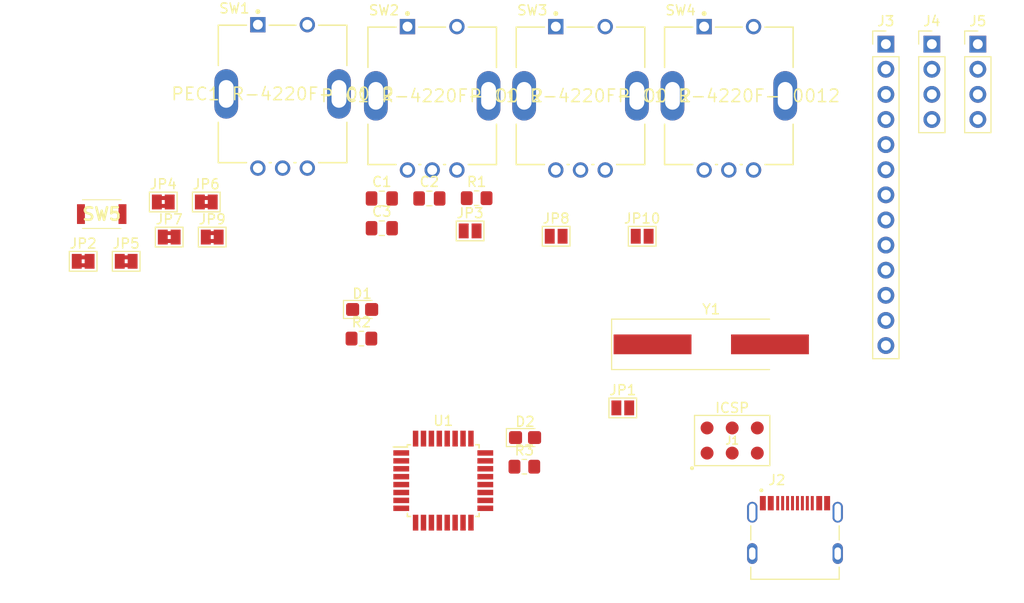
<source format=kicad_pcb>
(kicad_pcb (version 20171130) (host pcbnew "(5.1.10)-1")

  (general
    (thickness 1.6)
    (drawings 0)
    (tracks 0)
    (zones 0)
    (modules 30)
    (nets 41)
  )

  (page A4)
  (title_block
    (title "LightControl Console")
    (date 2021-08-10)
    (rev v00)
    (comment 4 "Author: GHOSCHT")
  )

  (layers
    (0 F.Cu signal)
    (31 B.Cu signal)
    (32 B.Adhes user)
    (33 F.Adhes user)
    (34 B.Paste user)
    (35 F.Paste user)
    (36 B.SilkS user)
    (37 F.SilkS user)
    (38 B.Mask user)
    (39 F.Mask user)
    (40 Dwgs.User user)
    (41 Cmts.User user)
    (42 Eco1.User user)
    (43 Eco2.User user)
    (44 Edge.Cuts user)
    (45 Margin user)
    (46 B.CrtYd user)
    (47 F.CrtYd user)
    (48 B.Fab user)
    (49 F.Fab user)
  )

  (setup
    (last_trace_width 0.25)
    (trace_clearance 0.2)
    (zone_clearance 0.508)
    (zone_45_only no)
    (trace_min 0.2)
    (via_size 0.8)
    (via_drill 0.4)
    (via_min_size 0.4)
    (via_min_drill 0.3)
    (uvia_size 0.3)
    (uvia_drill 0.1)
    (uvias_allowed no)
    (uvia_min_size 0.2)
    (uvia_min_drill 0.1)
    (edge_width 0.05)
    (segment_width 0.2)
    (pcb_text_width 0.3)
    (pcb_text_size 1.5 1.5)
    (mod_edge_width 0.12)
    (mod_text_size 1 1)
    (mod_text_width 0.15)
    (pad_size 1.524 1.524)
    (pad_drill 0.762)
    (pad_to_mask_clearance 0)
    (aux_axis_origin 0 0)
    (visible_elements 7FFFFFFF)
    (pcbplotparams
      (layerselection 0x010fc_ffffffff)
      (usegerberextensions false)
      (usegerberattributes true)
      (usegerberadvancedattributes true)
      (creategerberjobfile true)
      (excludeedgelayer true)
      (linewidth 0.100000)
      (plotframeref false)
      (viasonmask false)
      (mode 1)
      (useauxorigin false)
      (hpglpennumber 1)
      (hpglpenspeed 20)
      (hpglpendiameter 15.000000)
      (psnegative false)
      (psa4output false)
      (plotreference true)
      (plotvalue true)
      (plotinvisibletext false)
      (padsonsilk false)
      (subtractmaskfromsilk false)
      (outputformat 1)
      (mirror false)
      (drillshape 1)
      (scaleselection 1)
      (outputdirectory ""))
  )

  (net 0 "")
  (net 1 "Net-(U1-Pad19)")
  (net 2 "Net-(U1-Pad20)")
  (net 3 "Net-(U1-Pad22)")
  (net 4 GND)
  (net 5 VCC)
  (net 6 XTAL1)
  (net 7 XTAL2)
  (net 8 "Net-(D1-Pad2)")
  (net 9 MOSI)
  (net 10 SCK)
  (net 11 MISO)
  (net 12 RST)
  (net 13 "Net-(J2-PadA6)")
  (net 14 "Net-(J2-PadB7)")
  (net 15 "Net-(J2-PadA5)")
  (net 16 "Net-(J2-PadB8)")
  (net 17 "Net-(J2-PadA7)")
  (net 18 "Net-(J2-PadB6)")
  (net 19 "Net-(J2-PadA8)")
  (net 20 "Net-(J2-PadB5)")
  (net 21 BTN4)
  (net 22 BTN3)
  (net 23 BTN2)
  (net 24 BTN1)
  (net 25 ENC4B)
  (net 26 ENC4A)
  (net 27 ENC3B)
  (net 28 ENC3A)
  (net 29 ENC2B)
  (net 30 ENC2A)
  (net 31 ENC1B)
  (net 32 ENC1A)
  (net 33 TX)
  (net 34 RX)
  (net 35 SDA)
  (net 36 SCL)
  (net 37 "Net-(D2-Pad2)")
  (net 38 LED)
  (net 39 "Net-(U1-Pad3)")
  (net 40 "Net-(U1-Pad6)")

  (net_class Default "This is the default net class."
    (clearance 0.2)
    (trace_width 0.25)
    (via_dia 0.8)
    (via_drill 0.4)
    (uvia_dia 0.3)
    (uvia_drill 0.1)
    (add_net BTN1)
    (add_net BTN2)
    (add_net BTN3)
    (add_net BTN4)
    (add_net ENC1A)
    (add_net ENC1B)
    (add_net ENC2A)
    (add_net ENC2B)
    (add_net ENC3A)
    (add_net ENC3B)
    (add_net ENC4A)
    (add_net ENC4B)
    (add_net GND)
    (add_net LED)
    (add_net MISO)
    (add_net MOSI)
    (add_net "Net-(D1-Pad2)")
    (add_net "Net-(D2-Pad2)")
    (add_net "Net-(J2-PadA5)")
    (add_net "Net-(J2-PadA6)")
    (add_net "Net-(J2-PadA7)")
    (add_net "Net-(J2-PadA8)")
    (add_net "Net-(J2-PadB5)")
    (add_net "Net-(J2-PadB6)")
    (add_net "Net-(J2-PadB7)")
    (add_net "Net-(J2-PadB8)")
    (add_net "Net-(U1-Pad19)")
    (add_net "Net-(U1-Pad20)")
    (add_net "Net-(U1-Pad22)")
    (add_net "Net-(U1-Pad3)")
    (add_net "Net-(U1-Pad6)")
    (add_net RST)
    (add_net RX)
    (add_net SCK)
    (add_net SCL)
    (add_net SDA)
    (add_net TX)
    (add_net VCC)
    (add_net XTAL1)
    (add_net XTAL2)
  )

  (module Crystal:Crystal_SMD_HC49-SD_HandSoldering (layer F.Cu) (tedit 5A1AD52C) (tstamp 61133696)
    (at 137.328 59.616)
    (descr "SMD Crystal HC-49-SD http://cdn-reichelt.de/documents/datenblatt/B400/xxx-HC49-SMD.pdf, hand-soldering, 11.4x4.7mm^2 package")
    (tags "SMD SMT crystal hand-soldering")
    (path /6113484F)
    (attr smd)
    (fp_text reference Y1 (at 0 -3.55) (layer F.SilkS)
      (effects (font (size 1 1) (thickness 0.15)))
    )
    (fp_text value 16MHz (at 0 3.55) (layer F.Fab)
      (effects (font (size 1 1) (thickness 0.15)))
    )
    (fp_line (start -5.7 -2.35) (end -5.7 2.35) (layer F.Fab) (width 0.1))
    (fp_line (start -5.7 2.35) (end 5.7 2.35) (layer F.Fab) (width 0.1))
    (fp_line (start 5.7 2.35) (end 5.7 -2.35) (layer F.Fab) (width 0.1))
    (fp_line (start 5.7 -2.35) (end -5.7 -2.35) (layer F.Fab) (width 0.1))
    (fp_line (start -3.015 -2.115) (end 3.015 -2.115) (layer F.Fab) (width 0.1))
    (fp_line (start -3.015 2.115) (end 3.015 2.115) (layer F.Fab) (width 0.1))
    (fp_line (start 5.9 -2.55) (end -10.075 -2.55) (layer F.SilkS) (width 0.12))
    (fp_line (start -10.075 -2.55) (end -10.075 2.55) (layer F.SilkS) (width 0.12))
    (fp_line (start -10.075 2.55) (end 5.9 2.55) (layer F.SilkS) (width 0.12))
    (fp_line (start -10.2 -2.6) (end -10.2 2.6) (layer F.CrtYd) (width 0.05))
    (fp_line (start -10.2 2.6) (end 10.2 2.6) (layer F.CrtYd) (width 0.05))
    (fp_line (start 10.2 2.6) (end 10.2 -2.6) (layer F.CrtYd) (width 0.05))
    (fp_line (start 10.2 -2.6) (end -10.2 -2.6) (layer F.CrtYd) (width 0.05))
    (fp_arc (start 3.015 0) (end 3.015 -2.115) (angle 180) (layer F.Fab) (width 0.1))
    (fp_arc (start -3.015 0) (end -3.015 -2.115) (angle -180) (layer F.Fab) (width 0.1))
    (fp_text user %R (at 0 0) (layer F.Fab)
      (effects (font (size 1 1) (thickness 0.15)))
    )
    (pad 2 smd rect (at 5.9375 0) (size 7.875 2) (layers F.Cu F.Paste F.Mask)
      (net 7 XTAL2))
    (pad 1 smd rect (at -5.9375 0) (size 7.875 2) (layers F.Cu F.Paste F.Mask)
      (net 6 XTAL1))
    (model ${KISYS3DMOD}/Crystal.3dshapes/Crystal_SMD_HC49-SD.wrl
      (at (xyz 0 0 0))
      (scale (xyz 1 1 1))
      (rotate (xyz 0 0 0))
    )
  )

  (module Jumper:SolderJumper-2_P1.3mm_Open_Pad1.0x1.5mm (layer F.Cu) (tedit 5A3EABFC) (tstamp 611335D6)
    (at 128.382 66.04)
    (descr "SMD Solder Jumper, 1x1.5mm Pads, 0.3mm gap, open")
    (tags "solder jumper open")
    (path /6113282A)
    (attr virtual)
    (fp_text reference JP1 (at 0 -1.8) (layer F.SilkS)
      (effects (font (size 1 1) (thickness 0.15)))
    )
    (fp_text value SolderJumper (at 0 1.9) (layer F.Fab)
      (effects (font (size 1 1) (thickness 0.15)))
    )
    (fp_line (start -1.4 1) (end -1.4 -1) (layer F.SilkS) (width 0.12))
    (fp_line (start 1.4 1) (end -1.4 1) (layer F.SilkS) (width 0.12))
    (fp_line (start 1.4 -1) (end 1.4 1) (layer F.SilkS) (width 0.12))
    (fp_line (start -1.4 -1) (end 1.4 -1) (layer F.SilkS) (width 0.12))
    (fp_line (start -1.65 -1.25) (end 1.65 -1.25) (layer F.CrtYd) (width 0.05))
    (fp_line (start -1.65 -1.25) (end -1.65 1.25) (layer F.CrtYd) (width 0.05))
    (fp_line (start 1.65 1.25) (end 1.65 -1.25) (layer F.CrtYd) (width 0.05))
    (fp_line (start 1.65 1.25) (end -1.65 1.25) (layer F.CrtYd) (width 0.05))
    (pad 1 smd rect (at -0.65 0) (size 1 1.5) (layers F.Cu F.Mask)
      (net 35 SDA))
    (pad 2 smd rect (at 0.65 0) (size 1 1.5) (layers F.Cu F.Mask)
      (net 13 "Net-(J2-PadA6)"))
  )

  (module Bourns-PEC11R-4220F-S0012:Bourns-PEC11R-4220F-S0012-MFG (layer F.Cu) (tedit 611258C1) (tstamp 6112C981)
    (at 93.98 34.29)
    (path /6112A1C1)
    (fp_text reference SW1 (at -6.5 -8.65) (layer F.SilkS)
      (effects (font (size 1 1) (thickness 0.15)) (justify left))
    )
    (fp_text value PEC11R-4220F-S0012 (at 0 0) (layer F.SilkS)
      (effects (font (size 1.27 1.27) (thickness 0.15)))
    )
    (fp_line (start -6.5 6.95) (end -6.5 -6.95) (layer F.Fab) (width 0.15))
    (fp_line (start -6.5 -6.95) (end 6.5 -6.95) (layer F.Fab) (width 0.15))
    (fp_line (start 6.5 -6.95) (end 6.5 6.95) (layer F.Fab) (width 0.15))
    (fp_line (start 6.5 6.95) (end -6.5 6.95) (layer F.Fab) (width 0.15))
    (fp_line (start 6.925 -7.8) (end 6.925 -7.8) (layer F.CrtYd) (width 0.15))
    (fp_line (start 6.925 -7.8) (end -6.925 -7.8) (layer F.CrtYd) (width 0.15))
    (fp_line (start -6.925 -7.8) (end -6.925 8.3) (layer F.CrtYd) (width 0.15))
    (fp_line (start -6.925 8.3) (end 6.925 8.3) (layer F.CrtYd) (width 0.15))
    (fp_line (start 6.925 8.3) (end 6.925 -7.8) (layer F.CrtYd) (width 0.15))
    (fp_line (start -6.5 -6.95) (end -3.65 -6.95) (layer F.SilkS) (width 0.15))
    (fp_line (start -1.35 -6.95) (end 1.35 -6.95) (layer F.SilkS) (width 0.15))
    (fp_line (start 3.65 -6.95) (end 6.5 -6.95) (layer F.SilkS) (width 0.15))
    (fp_line (start 6.5 6.95) (end 6.5 2.875) (layer F.SilkS) (width 0.15))
    (fp_line (start 6.5 -2.875) (end 6.5 -6.95) (layer F.SilkS) (width 0.15))
    (fp_line (start -6.5 6.95) (end -3.65 6.95) (layer F.SilkS) (width 0.15))
    (fp_line (start -1.35 6.95) (end -1.15 6.95) (layer F.SilkS) (width 0.15))
    (fp_line (start 1.15 6.95) (end 1.35 6.95) (layer F.SilkS) (width 0.15))
    (fp_line (start 3.65 6.95) (end 6.5 6.95) (layer F.SilkS) (width 0.15))
    (fp_line (start -6.5 6.95) (end -6.5 2.875) (layer F.SilkS) (width 0.15))
    (fp_line (start -6.5 -2.875) (end -6.5 -6.95) (layer F.SilkS) (width 0.15))
    (fp_circle (center -2.5 -8.325) (end -2.375 -8.325) (layer F.SilkS) (width 0.25))
    (pad S1 thru_hole rect (at -2.5 -7) (size 1.55 1.55) (drill 1) (layers *.Cu *.Mask)
      (net 4 GND))
    (pad S2 thru_hole circle (at 2.5 -7) (size 1.55 1.55) (drill 1) (layers *.Cu *.Mask)
      (net 24 BTN1))
    (pad A thru_hole circle (at -2.5 7.5) (size 1.55 1.55) (drill 1) (layers *.Cu *.Mask)
      (net 32 ENC1A))
    (pad C thru_hole circle (at 0 7.5) (size 1.55 1.55) (drill 1) (layers *.Cu *.Mask)
      (net 4 GND))
    (pad B thru_hole circle (at 2.5 7.5) (size 1.55 1.55) (drill 1) (layers *.Cu *.Mask)
      (net 31 ENC1B))
    (pad 3 thru_hole roundrect (at -5.7 0) (size 2.4 5) (drill oval 1.5 2.8) (layers *.Cu *.Mask) (roundrect_rratio 0.5))
    (pad 4 thru_hole roundrect (at 5.7 0) (size 2.4 5) (drill oval 1.5 2.8) (layers *.Cu *.Mask) (roundrect_rratio 0.5))
    (model ${KIPRJMOD}/Libraries/Bourns-PEC11R-4220F-S0012.models/Bourns_-_PEC11R-4220F-S0012.step
      (at (xyz 0 0 0))
      (scale (xyz 1 1 1))
      (rotate (xyz 0 0 0))
    )
  )

  (module AVR-ISP:AVR-ISP (layer F.Cu) (tedit 61126B73) (tstamp 6112DBCD)
    (at 139.446 69.342)
    (path /61134728)
    (fp_text reference J1 (at 0 0) (layer F.SilkS)
      (effects (font (size 0.787402 0.787402) (thickness 0.15)))
    )
    (fp_text value AVR-ISP-6 (at 0 0) (layer F.Fab)
      (effects (font (size 0.787402 0.787402) (thickness 0.15)))
    )
    (fp_circle (center -4.064 2.794) (end -3.964 2.794) (layer F.SilkS) (width 0.2))
    (fp_line (start -3.81 2.54) (end -3.81 -2.54) (layer F.SilkS) (width 0.127))
    (fp_line (start 3.81 2.54) (end -3.81 2.54) (layer F.SilkS) (width 0.127))
    (fp_line (start 3.81 -2.54) (end 3.81 2.54) (layer F.SilkS) (width 0.127))
    (fp_line (start -3.81 -2.54) (end 3.81 -2.54) (layer F.SilkS) (width 0.127))
    (fp_text user ICSP (at 0 -3.302) (layer F.SilkS)
      (effects (font (size 1 1) (thickness 0.15)))
    )
    (pad 4 smd circle (at 0 -1.27) (size 1.308 1.308) (layers F.Cu F.Paste F.Mask)
      (net 9 MOSI))
    (pad 3 smd circle (at 0 1.27) (size 1.308 1.308) (layers F.Cu F.Paste F.Mask)
      (net 10 SCK))
    (pad 2 smd circle (at -2.54 -1.27) (size 1.308 1.308) (layers F.Cu F.Paste F.Mask)
      (net 5 VCC))
    (pad 1 smd circle (at -2.54 1.27) (size 1.308 1.308) (layers F.Cu F.Paste F.Mask)
      (net 11 MISO))
    (pad 5 smd circle (at 2.54 1.27) (size 1.308 1.308) (layers F.Cu F.Paste F.Mask)
      (net 12 RST))
    (pad 6 smd circle (at 2.54 -1.27) (size 1.308 1.308) (layers F.Cu F.Paste F.Mask)
      (net 4 GND))
  )

  (module HRO_TYPE-C-31-M-12:HRO_TYPE-C-31-M-12 (layer F.Cu) (tedit 6112D184) (tstamp 6112D3E1)
    (at 145.796 80.772)
    (path /6112D89A)
    (fp_text reference J2 (at -1.825 -7.435) (layer F.SilkS)
      (effects (font (size 1 1) (thickness 0.15)))
    )
    (fp_text value TYPE-C-31-M-12 (at 6.43 4.135) (layer F.Fab)
      (effects (font (size 1 1) (thickness 0.15)))
    )
    (fp_line (start -4.47 2.6) (end 4.47 2.6) (layer F.Fab) (width 0.127))
    (fp_line (start 4.47 2.6) (end 4.47 -4.7) (layer F.Fab) (width 0.127))
    (fp_line (start 4.47 -4.7) (end -4.47 -4.7) (layer F.Fab) (width 0.127))
    (fp_line (start -4.47 -4.7) (end -4.47 2.6) (layer F.Fab) (width 0.127))
    (fp_line (start -4.47 -2.81) (end -4.47 -1.37) (layer F.SilkS) (width 0.127))
    (fp_line (start 4.47 -2.81) (end 4.47 -1.37) (layer F.SilkS) (width 0.127))
    (fp_line (start 4.47 1.37) (end 4.47 2.6) (layer F.SilkS) (width 0.127))
    (fp_line (start 4.47 2.6) (end -4.47 2.6) (layer F.SilkS) (width 0.127))
    (fp_line (start -4.47 2.6) (end -4.47 1.37) (layer F.SilkS) (width 0.127))
    (fp_line (start -5.095 2.85) (end 5.095 2.85) (layer F.CrtYd) (width 0.05))
    (fp_line (start 5.095 2.85) (end 5.095 -6.07) (layer F.CrtYd) (width 0.05))
    (fp_line (start 5.095 -6.07) (end -5.095 -6.07) (layer F.CrtYd) (width 0.05))
    (fp_line (start -5.095 -6.07) (end -5.095 2.85) (layer F.CrtYd) (width 0.05))
    (fp_circle (center -3.4 -6.4) (end -3.3 -6.4) (layer F.Fab) (width 0.2))
    (fp_circle (center -3.4 -6.4) (end -3.3 -6.4) (layer F.SilkS) (width 0.2))
    (pad A1B12 smd rect (at -3.25 -5.095) (size 0.6 1.45) (layers F.Cu F.Paste F.Mask)
      (net 4 GND))
    (pad A4B9 smd rect (at -2.45 -5.095) (size 0.6 1.45) (layers F.Cu F.Paste F.Mask)
      (net 5 VCC))
    (pad A6 smd rect (at -0.25 -5.095) (size 0.3 1.45) (layers F.Cu F.Paste F.Mask)
      (net 13 "Net-(J2-PadA6)"))
    (pad B7 smd rect (at -0.75 -5.095) (size 0.3 1.45) (layers F.Cu F.Paste F.Mask)
      (net 14 "Net-(J2-PadB7)"))
    (pad A5 smd rect (at -1.25 -5.095) (size 0.3 1.45) (layers F.Cu F.Paste F.Mask)
      (net 15 "Net-(J2-PadA5)"))
    (pad B8 smd rect (at -1.75 -5.095) (size 0.3 1.45) (layers F.Cu F.Paste F.Mask)
      (net 16 "Net-(J2-PadB8)"))
    (pad A7 smd rect (at 0.25 -5.095) (size 0.3 1.45) (layers F.Cu F.Paste F.Mask)
      (net 17 "Net-(J2-PadA7)"))
    (pad B6 smd rect (at 0.75 -5.095) (size 0.3 1.45) (layers F.Cu F.Paste F.Mask)
      (net 18 "Net-(J2-PadB6)"))
    (pad A8 smd rect (at 1.25 -5.095) (size 0.3 1.45) (layers F.Cu F.Paste F.Mask)
      (net 19 "Net-(J2-PadA8)"))
    (pad B5 smd rect (at 1.75 -5.095) (size 0.3 1.45) (layers F.Cu F.Paste F.Mask)
      (net 20 "Net-(J2-PadB5)"))
    (pad B4A9 smd rect (at 2.45 -5.095) (size 0.6 1.45) (layers F.Cu F.Paste F.Mask)
      (net 5 VCC))
    (pad B1A12 smd rect (at 3.25 -5.095) (size 0.6 1.45) (layers F.Cu F.Paste F.Mask)
      (net 4 GND))
    (pad S1 thru_hole oval (at -4.32 -4.18) (size 1.05 2.1) (drill oval 0.65 1.75) (layers *.Cu *.Mask)
      (net 4 GND))
    (pad S2 thru_hole oval (at 4.32 -4.18) (size 1.05 2.1) (drill oval 0.65 1.75) (layers *.Cu *.Mask)
      (net 4 GND))
    (pad S3 thru_hole oval (at -4.32 0) (size 1.05 2.1) (drill oval 0.65 1.25) (layers *.Cu *.Mask)
      (net 4 GND))
    (pad S4 thru_hole oval (at 4.32 0) (size 1.05 2.1) (drill oval 0.65 1.25) (layers *.Cu *.Mask)
      (net 4 GND))
    (pad None np_thru_hole circle (at -2.89 -3.65) (size 0.7 0.7) (drill 0.7) (layers *.Cu *.Mask))
    (pad None np_thru_hole circle (at 2.89 -3.65) (size 0.7 0.7) (drill 0.7) (layers *.Cu *.Mask))
    (model ${KIPRJMOD}/Libraries/HRO_TYPE-C-31-M-12.models/TYPE-C-31-M-12.step
      (at (xyz 0 0 0))
      (scale (xyz 1 1 1))
      (rotate (xyz -90 0 0))
    )
  )

  (module Capacitor_SMD:C_0805_2012Metric_Pad1.18x1.45mm_HandSolder (layer F.Cu) (tedit 5F68FEEF) (tstamp 61133BF5)
    (at 104.013001 44.863001)
    (descr "Capacitor SMD 0805 (2012 Metric), square (rectangular) end terminal, IPC_7351 nominal with elongated pad for handsoldering. (Body size source: IPC-SM-782 page 76, https://www.pcb-3d.com/wordpress/wp-content/uploads/ipc-sm-782a_amendment_1_and_2.pdf, https://docs.google.com/spreadsheets/d/1BsfQQcO9C6DZCsRaXUlFlo91Tg2WpOkGARC1WS5S8t0/edit?usp=sharing), generated with kicad-footprint-generator")
    (tags "capacitor handsolder")
    (path /6113DC2F)
    (attr smd)
    (fp_text reference C1 (at 0 -1.68) (layer F.SilkS)
      (effects (font (size 1 1) (thickness 0.15)))
    )
    (fp_text value 22p (at 0 1.68) (layer F.Fab)
      (effects (font (size 1 1) (thickness 0.15)))
    )
    (fp_line (start 1.88 0.98) (end -1.88 0.98) (layer F.CrtYd) (width 0.05))
    (fp_line (start 1.88 -0.98) (end 1.88 0.98) (layer F.CrtYd) (width 0.05))
    (fp_line (start -1.88 -0.98) (end 1.88 -0.98) (layer F.CrtYd) (width 0.05))
    (fp_line (start -1.88 0.98) (end -1.88 -0.98) (layer F.CrtYd) (width 0.05))
    (fp_line (start -0.261252 0.735) (end 0.261252 0.735) (layer F.SilkS) (width 0.12))
    (fp_line (start -0.261252 -0.735) (end 0.261252 -0.735) (layer F.SilkS) (width 0.12))
    (fp_line (start 1 0.625) (end -1 0.625) (layer F.Fab) (width 0.1))
    (fp_line (start 1 -0.625) (end 1 0.625) (layer F.Fab) (width 0.1))
    (fp_line (start -1 -0.625) (end 1 -0.625) (layer F.Fab) (width 0.1))
    (fp_line (start -1 0.625) (end -1 -0.625) (layer F.Fab) (width 0.1))
    (fp_text user %R (at 0 0) (layer F.Fab)
      (effects (font (size 0.5 0.5) (thickness 0.08)))
    )
    (pad 1 smd roundrect (at -1.0375 0) (size 1.175 1.45) (layers F.Cu F.Paste F.Mask) (roundrect_rratio 0.212766)
      (net 6 XTAL1))
    (pad 2 smd roundrect (at 1.0375 0) (size 1.175 1.45) (layers F.Cu F.Paste F.Mask) (roundrect_rratio 0.212766)
      (net 4 GND))
    (model ${KISYS3DMOD}/Capacitor_SMD.3dshapes/C_0805_2012Metric.wrl
      (at (xyz 0 0 0))
      (scale (xyz 1 1 1))
      (rotate (xyz 0 0 0))
    )
  )

  (module Capacitor_SMD:C_0805_2012Metric_Pad1.18x1.45mm_HandSolder (layer F.Cu) (tedit 5F68FEEF) (tstamp 61133C06)
    (at 108.823001 44.863001)
    (descr "Capacitor SMD 0805 (2012 Metric), square (rectangular) end terminal, IPC_7351 nominal with elongated pad for handsoldering. (Body size source: IPC-SM-782 page 76, https://www.pcb-3d.com/wordpress/wp-content/uploads/ipc-sm-782a_amendment_1_and_2.pdf, https://docs.google.com/spreadsheets/d/1BsfQQcO9C6DZCsRaXUlFlo91Tg2WpOkGARC1WS5S8t0/edit?usp=sharing), generated with kicad-footprint-generator")
    (tags "capacitor handsolder")
    (path /611448F1)
    (attr smd)
    (fp_text reference C2 (at 0 -1.68) (layer F.SilkS)
      (effects (font (size 1 1) (thickness 0.15)))
    )
    (fp_text value 22p (at 0 1.68) (layer F.Fab)
      (effects (font (size 1 1) (thickness 0.15)))
    )
    (fp_line (start -1 0.625) (end -1 -0.625) (layer F.Fab) (width 0.1))
    (fp_line (start -1 -0.625) (end 1 -0.625) (layer F.Fab) (width 0.1))
    (fp_line (start 1 -0.625) (end 1 0.625) (layer F.Fab) (width 0.1))
    (fp_line (start 1 0.625) (end -1 0.625) (layer F.Fab) (width 0.1))
    (fp_line (start -0.261252 -0.735) (end 0.261252 -0.735) (layer F.SilkS) (width 0.12))
    (fp_line (start -0.261252 0.735) (end 0.261252 0.735) (layer F.SilkS) (width 0.12))
    (fp_line (start -1.88 0.98) (end -1.88 -0.98) (layer F.CrtYd) (width 0.05))
    (fp_line (start -1.88 -0.98) (end 1.88 -0.98) (layer F.CrtYd) (width 0.05))
    (fp_line (start 1.88 -0.98) (end 1.88 0.98) (layer F.CrtYd) (width 0.05))
    (fp_line (start 1.88 0.98) (end -1.88 0.98) (layer F.CrtYd) (width 0.05))
    (fp_text user %R (at 0 0) (layer F.Fab)
      (effects (font (size 0.5 0.5) (thickness 0.08)))
    )
    (pad 2 smd roundrect (at 1.0375 0) (size 1.175 1.45) (layers F.Cu F.Paste F.Mask) (roundrect_rratio 0.212766)
      (net 4 GND))
    (pad 1 smd roundrect (at -1.0375 0) (size 1.175 1.45) (layers F.Cu F.Paste F.Mask) (roundrect_rratio 0.212766)
      (net 7 XTAL2))
    (model ${KISYS3DMOD}/Capacitor_SMD.3dshapes/C_0805_2012Metric.wrl
      (at (xyz 0 0 0))
      (scale (xyz 1 1 1))
      (rotate (xyz 0 0 0))
    )
  )

  (module Capacitor_SMD:C_0805_2012Metric_Pad1.18x1.45mm_HandSolder (layer F.Cu) (tedit 5F68FEEF) (tstamp 61133C17)
    (at 104.013001 47.873001)
    (descr "Capacitor SMD 0805 (2012 Metric), square (rectangular) end terminal, IPC_7351 nominal with elongated pad for handsoldering. (Body size source: IPC-SM-782 page 76, https://www.pcb-3d.com/wordpress/wp-content/uploads/ipc-sm-782a_amendment_1_and_2.pdf, https://docs.google.com/spreadsheets/d/1BsfQQcO9C6DZCsRaXUlFlo91Tg2WpOkGARC1WS5S8t0/edit?usp=sharing), generated with kicad-footprint-generator")
    (tags "capacitor handsolder")
    (path /6115564D)
    (attr smd)
    (fp_text reference C3 (at 0 -1.68) (layer F.SilkS)
      (effects (font (size 1 1) (thickness 0.15)))
    )
    (fp_text value 100n (at 0 1.68) (layer F.Fab)
      (effects (font (size 1 1) (thickness 0.15)))
    )
    (fp_line (start 1.88 0.98) (end -1.88 0.98) (layer F.CrtYd) (width 0.05))
    (fp_line (start 1.88 -0.98) (end 1.88 0.98) (layer F.CrtYd) (width 0.05))
    (fp_line (start -1.88 -0.98) (end 1.88 -0.98) (layer F.CrtYd) (width 0.05))
    (fp_line (start -1.88 0.98) (end -1.88 -0.98) (layer F.CrtYd) (width 0.05))
    (fp_line (start -0.261252 0.735) (end 0.261252 0.735) (layer F.SilkS) (width 0.12))
    (fp_line (start -0.261252 -0.735) (end 0.261252 -0.735) (layer F.SilkS) (width 0.12))
    (fp_line (start 1 0.625) (end -1 0.625) (layer F.Fab) (width 0.1))
    (fp_line (start 1 -0.625) (end 1 0.625) (layer F.Fab) (width 0.1))
    (fp_line (start -1 -0.625) (end 1 -0.625) (layer F.Fab) (width 0.1))
    (fp_line (start -1 0.625) (end -1 -0.625) (layer F.Fab) (width 0.1))
    (fp_text user %R (at 0 0) (layer F.Fab)
      (effects (font (size 0.5 0.5) (thickness 0.08)))
    )
    (pad 1 smd roundrect (at -1.0375 0) (size 1.175 1.45) (layers F.Cu F.Paste F.Mask) (roundrect_rratio 0.212766)
      (net 5 VCC))
    (pad 2 smd roundrect (at 1.0375 0) (size 1.175 1.45) (layers F.Cu F.Paste F.Mask) (roundrect_rratio 0.212766)
      (net 4 GND))
    (model ${KISYS3DMOD}/Capacitor_SMD.3dshapes/C_0805_2012Metric.wrl
      (at (xyz 0 0 0))
      (scale (xyz 1 1 1))
      (rotate (xyz 0 0 0))
    )
  )

  (module Jumper:SolderJumper-2_P1.3mm_Open_Pad1.0x1.5mm (layer F.Cu) (tedit 5A3EABFC) (tstamp 61133C33)
    (at 112.943001 48.143001)
    (descr "SMD Solder Jumper, 1x1.5mm Pads, 0.3mm gap, open")
    (tags "solder jumper open")
    (path /6118262C)
    (attr virtual)
    (fp_text reference JP3 (at 0 -1.8) (layer F.SilkS)
      (effects (font (size 1 1) (thickness 0.15)))
    )
    (fp_text value SolderJumper (at 0 1.9) (layer F.Fab)
      (effects (font (size 1 1) (thickness 0.15)))
    )
    (fp_line (start 1.65 1.25) (end -1.65 1.25) (layer F.CrtYd) (width 0.05))
    (fp_line (start 1.65 1.25) (end 1.65 -1.25) (layer F.CrtYd) (width 0.05))
    (fp_line (start -1.65 -1.25) (end -1.65 1.25) (layer F.CrtYd) (width 0.05))
    (fp_line (start -1.65 -1.25) (end 1.65 -1.25) (layer F.CrtYd) (width 0.05))
    (fp_line (start -1.4 -1) (end 1.4 -1) (layer F.SilkS) (width 0.12))
    (fp_line (start 1.4 -1) (end 1.4 1) (layer F.SilkS) (width 0.12))
    (fp_line (start 1.4 1) (end -1.4 1) (layer F.SilkS) (width 0.12))
    (fp_line (start -1.4 1) (end -1.4 -1) (layer F.SilkS) (width 0.12))
    (pad 2 smd rect (at 0.65 0) (size 1 1.5) (layers F.Cu F.Mask)
      (net 17 "Net-(J2-PadA7)"))
    (pad 1 smd rect (at -0.65 0) (size 1 1.5) (layers F.Cu F.Mask)
      (net 36 SCL))
  )

  (module Jumper:SolderJumper-2_P1.3mm_Open_Pad1.0x1.5mm (layer F.Cu) (tedit 5A3EABFC) (tstamp 61133C79)
    (at 121.643001 48.683001)
    (descr "SMD Solder Jumper, 1x1.5mm Pads, 0.3mm gap, open")
    (tags "solder jumper open")
    (path /611A3587)
    (attr virtual)
    (fp_text reference JP8 (at 0 -1.8) (layer F.SilkS)
      (effects (font (size 1 1) (thickness 0.15)))
    )
    (fp_text value SolderJumper (at 0 1.9) (layer F.Fab)
      (effects (font (size 1 1) (thickness 0.15)))
    )
    (fp_line (start 1.65 1.25) (end -1.65 1.25) (layer F.CrtYd) (width 0.05))
    (fp_line (start 1.65 1.25) (end 1.65 -1.25) (layer F.CrtYd) (width 0.05))
    (fp_line (start -1.65 -1.25) (end -1.65 1.25) (layer F.CrtYd) (width 0.05))
    (fp_line (start -1.65 -1.25) (end 1.65 -1.25) (layer F.CrtYd) (width 0.05))
    (fp_line (start -1.4 -1) (end 1.4 -1) (layer F.SilkS) (width 0.12))
    (fp_line (start 1.4 -1) (end 1.4 1) (layer F.SilkS) (width 0.12))
    (fp_line (start 1.4 1) (end -1.4 1) (layer F.SilkS) (width 0.12))
    (fp_line (start -1.4 1) (end -1.4 -1) (layer F.SilkS) (width 0.12))
    (pad 2 smd rect (at 0.65 0) (size 1 1.5) (layers F.Cu F.Mask)
      (net 36 SCL))
    (pad 1 smd rect (at -0.65 0) (size 1 1.5) (layers F.Cu F.Mask)
      (net 14 "Net-(J2-PadB7)"))
  )

  (module Jumper:SolderJumper-2_P1.3mm_Open_Pad1.0x1.5mm (layer F.Cu) (tedit 5A3EABFC) (tstamp 61133C95)
    (at 130.343001 48.683001)
    (descr "SMD Solder Jumper, 1x1.5mm Pads, 0.3mm gap, open")
    (tags "solder jumper open")
    (path /611A3577)
    (attr virtual)
    (fp_text reference JP10 (at 0 -1.8) (layer F.SilkS)
      (effects (font (size 1 1) (thickness 0.15)))
    )
    (fp_text value SolderJumper (at 0 1.9) (layer F.Fab)
      (effects (font (size 1 1) (thickness 0.15)))
    )
    (fp_line (start 1.65 1.25) (end -1.65 1.25) (layer F.CrtYd) (width 0.05))
    (fp_line (start 1.65 1.25) (end 1.65 -1.25) (layer F.CrtYd) (width 0.05))
    (fp_line (start -1.65 -1.25) (end -1.65 1.25) (layer F.CrtYd) (width 0.05))
    (fp_line (start -1.65 -1.25) (end 1.65 -1.25) (layer F.CrtYd) (width 0.05))
    (fp_line (start -1.4 -1) (end 1.4 -1) (layer F.SilkS) (width 0.12))
    (fp_line (start 1.4 -1) (end 1.4 1) (layer F.SilkS) (width 0.12))
    (fp_line (start 1.4 1) (end -1.4 1) (layer F.SilkS) (width 0.12))
    (fp_line (start -1.4 1) (end -1.4 -1) (layer F.SilkS) (width 0.12))
    (pad 2 smd rect (at 0.65 0) (size 1 1.5) (layers F.Cu F.Mask)
      (net 35 SDA))
    (pad 1 smd rect (at -0.65 0) (size 1 1.5) (layers F.Cu F.Mask)
      (net 18 "Net-(J2-PadB6)"))
  )

  (module Resistor_SMD:R_0805_2012Metric_Pad1.20x1.40mm_HandSolder (layer F.Cu) (tedit 5F68FEEE) (tstamp 61133CA6)
    (at 113.603001 44.833001)
    (descr "Resistor SMD 0805 (2012 Metric), square (rectangular) end terminal, IPC_7351 nominal with elongated pad for handsoldering. (Body size source: IPC-SM-782 page 72, https://www.pcb-3d.com/wordpress/wp-content/uploads/ipc-sm-782a_amendment_1_and_2.pdf), generated with kicad-footprint-generator")
    (tags "resistor handsolder")
    (path /611669B4)
    (attr smd)
    (fp_text reference R1 (at 0 -1.65) (layer F.SilkS)
      (effects (font (size 1 1) (thickness 0.15)))
    )
    (fp_text value 10k (at 0 1.65) (layer F.Fab)
      (effects (font (size 1 1) (thickness 0.15)))
    )
    (fp_line (start 1.85 0.95) (end -1.85 0.95) (layer F.CrtYd) (width 0.05))
    (fp_line (start 1.85 -0.95) (end 1.85 0.95) (layer F.CrtYd) (width 0.05))
    (fp_line (start -1.85 -0.95) (end 1.85 -0.95) (layer F.CrtYd) (width 0.05))
    (fp_line (start -1.85 0.95) (end -1.85 -0.95) (layer F.CrtYd) (width 0.05))
    (fp_line (start -0.227064 0.735) (end 0.227064 0.735) (layer F.SilkS) (width 0.12))
    (fp_line (start -0.227064 -0.735) (end 0.227064 -0.735) (layer F.SilkS) (width 0.12))
    (fp_line (start 1 0.625) (end -1 0.625) (layer F.Fab) (width 0.1))
    (fp_line (start 1 -0.625) (end 1 0.625) (layer F.Fab) (width 0.1))
    (fp_line (start -1 -0.625) (end 1 -0.625) (layer F.Fab) (width 0.1))
    (fp_line (start -1 0.625) (end -1 -0.625) (layer F.Fab) (width 0.1))
    (fp_text user %R (at 0 0) (layer F.Fab)
      (effects (font (size 0.5 0.5) (thickness 0.08)))
    )
    (pad 1 smd roundrect (at -1 0) (size 1.2 1.4) (layers F.Cu F.Paste F.Mask) (roundrect_rratio 0.208333)
      (net 12 RST))
    (pad 2 smd roundrect (at 1 0) (size 1.2 1.4) (layers F.Cu F.Paste F.Mask) (roundrect_rratio 0.208333)
      (net 5 VCC))
    (model ${KISYS3DMOD}/Resistor_SMD.3dshapes/R_0805_2012Metric.wrl
      (at (xyz 0 0 0))
      (scale (xyz 1 1 1))
      (rotate (xyz 0 0 0))
    )
  )

  (module Bourns-PEC11R-4220F-S0012:Bourns-PEC11R-4220F-S0012-MFG (layer F.Cu) (tedit 611258C1) (tstamp 61133CC6)
    (at 109.108001 34.483001)
    (path /611CC8B9)
    (fp_text reference SW2 (at -6.5 -8.65) (layer F.SilkS)
      (effects (font (size 1 1) (thickness 0.15)) (justify left))
    )
    (fp_text value PEC11R-4220F-S0012 (at 0 0) (layer F.SilkS)
      (effects (font (size 1.27 1.27) (thickness 0.15)))
    )
    (fp_line (start -6.5 6.95) (end -6.5 -6.95) (layer F.Fab) (width 0.15))
    (fp_line (start -6.5 -6.95) (end 6.5 -6.95) (layer F.Fab) (width 0.15))
    (fp_line (start 6.5 -6.95) (end 6.5 6.95) (layer F.Fab) (width 0.15))
    (fp_line (start 6.5 6.95) (end -6.5 6.95) (layer F.Fab) (width 0.15))
    (fp_line (start 6.925 -7.8) (end 6.925 -7.8) (layer F.CrtYd) (width 0.15))
    (fp_line (start 6.925 -7.8) (end -6.925 -7.8) (layer F.CrtYd) (width 0.15))
    (fp_line (start -6.925 -7.8) (end -6.925 8.3) (layer F.CrtYd) (width 0.15))
    (fp_line (start -6.925 8.3) (end 6.925 8.3) (layer F.CrtYd) (width 0.15))
    (fp_line (start 6.925 8.3) (end 6.925 -7.8) (layer F.CrtYd) (width 0.15))
    (fp_line (start -6.5 -6.95) (end -3.65 -6.95) (layer F.SilkS) (width 0.15))
    (fp_line (start -1.35 -6.95) (end 1.35 -6.95) (layer F.SilkS) (width 0.15))
    (fp_line (start 3.65 -6.95) (end 6.5 -6.95) (layer F.SilkS) (width 0.15))
    (fp_line (start 6.5 6.95) (end 6.5 2.875) (layer F.SilkS) (width 0.15))
    (fp_line (start 6.5 -2.875) (end 6.5 -6.95) (layer F.SilkS) (width 0.15))
    (fp_line (start -6.5 6.95) (end -3.65 6.95) (layer F.SilkS) (width 0.15))
    (fp_line (start -1.35 6.95) (end -1.15 6.95) (layer F.SilkS) (width 0.15))
    (fp_line (start 1.15 6.95) (end 1.35 6.95) (layer F.SilkS) (width 0.15))
    (fp_line (start 3.65 6.95) (end 6.5 6.95) (layer F.SilkS) (width 0.15))
    (fp_line (start -6.5 6.95) (end -6.5 2.875) (layer F.SilkS) (width 0.15))
    (fp_line (start -6.5 -2.875) (end -6.5 -6.95) (layer F.SilkS) (width 0.15))
    (fp_circle (center -2.5 -8.325) (end -2.375 -8.325) (layer F.SilkS) (width 0.25))
    (pad S1 thru_hole rect (at -2.5 -7) (size 1.55 1.55) (drill 1) (layers *.Cu *.Mask)
      (net 4 GND))
    (pad S2 thru_hole circle (at 2.5 -7) (size 1.55 1.55) (drill 1) (layers *.Cu *.Mask)
      (net 23 BTN2))
    (pad A thru_hole circle (at -2.5 7.5) (size 1.55 1.55) (drill 1) (layers *.Cu *.Mask)
      (net 30 ENC2A))
    (pad C thru_hole circle (at 0 7.5) (size 1.55 1.55) (drill 1) (layers *.Cu *.Mask)
      (net 4 GND))
    (pad B thru_hole circle (at 2.5 7.5) (size 1.55 1.55) (drill 1) (layers *.Cu *.Mask)
      (net 29 ENC2B))
    (pad 3 thru_hole roundrect (at -5.7 0) (size 2.4 5) (drill oval 1.5 2.8) (layers *.Cu *.Mask) (roundrect_rratio 0.5))
    (pad 4 thru_hole roundrect (at 5.7 0) (size 2.4 5) (drill oval 1.5 2.8) (layers *.Cu *.Mask) (roundrect_rratio 0.5))
    (model ${KIPRJMOD}/Libraries/Bourns-PEC11R-4220F-S0012.models/Bourns_-_PEC11R-4220F-S0012.step
      (at (xyz 0 0 0))
      (scale (xyz 1 1 1))
      (rotate (xyz 0 0 0))
    )
  )

  (module Bourns-PEC11R-4220F-S0012:Bourns-PEC11R-4220F-S0012-MFG (layer F.Cu) (tedit 611258C1) (tstamp 61133CE6)
    (at 124.108001 34.483001)
    (path /611CDF12)
    (fp_text reference SW3 (at -6.5 -8.65) (layer F.SilkS)
      (effects (font (size 1 1) (thickness 0.15)) (justify left))
    )
    (fp_text value PEC11R-4220F-S0012 (at 0 0) (layer F.SilkS)
      (effects (font (size 1.27 1.27) (thickness 0.15)))
    )
    (fp_circle (center -2.5 -8.325) (end -2.375 -8.325) (layer F.SilkS) (width 0.25))
    (fp_line (start -6.5 -2.875) (end -6.5 -6.95) (layer F.SilkS) (width 0.15))
    (fp_line (start -6.5 6.95) (end -6.5 2.875) (layer F.SilkS) (width 0.15))
    (fp_line (start 3.65 6.95) (end 6.5 6.95) (layer F.SilkS) (width 0.15))
    (fp_line (start 1.15 6.95) (end 1.35 6.95) (layer F.SilkS) (width 0.15))
    (fp_line (start -1.35 6.95) (end -1.15 6.95) (layer F.SilkS) (width 0.15))
    (fp_line (start -6.5 6.95) (end -3.65 6.95) (layer F.SilkS) (width 0.15))
    (fp_line (start 6.5 -2.875) (end 6.5 -6.95) (layer F.SilkS) (width 0.15))
    (fp_line (start 6.5 6.95) (end 6.5 2.875) (layer F.SilkS) (width 0.15))
    (fp_line (start 3.65 -6.95) (end 6.5 -6.95) (layer F.SilkS) (width 0.15))
    (fp_line (start -1.35 -6.95) (end 1.35 -6.95) (layer F.SilkS) (width 0.15))
    (fp_line (start -6.5 -6.95) (end -3.65 -6.95) (layer F.SilkS) (width 0.15))
    (fp_line (start 6.925 8.3) (end 6.925 -7.8) (layer F.CrtYd) (width 0.15))
    (fp_line (start -6.925 8.3) (end 6.925 8.3) (layer F.CrtYd) (width 0.15))
    (fp_line (start -6.925 -7.8) (end -6.925 8.3) (layer F.CrtYd) (width 0.15))
    (fp_line (start 6.925 -7.8) (end -6.925 -7.8) (layer F.CrtYd) (width 0.15))
    (fp_line (start 6.925 -7.8) (end 6.925 -7.8) (layer F.CrtYd) (width 0.15))
    (fp_line (start 6.5 6.95) (end -6.5 6.95) (layer F.Fab) (width 0.15))
    (fp_line (start 6.5 -6.95) (end 6.5 6.95) (layer F.Fab) (width 0.15))
    (fp_line (start -6.5 -6.95) (end 6.5 -6.95) (layer F.Fab) (width 0.15))
    (fp_line (start -6.5 6.95) (end -6.5 -6.95) (layer F.Fab) (width 0.15))
    (pad 4 thru_hole roundrect (at 5.7 0) (size 2.4 5) (drill oval 1.5 2.8) (layers *.Cu *.Mask) (roundrect_rratio 0.5))
    (pad 3 thru_hole roundrect (at -5.7 0) (size 2.4 5) (drill oval 1.5 2.8) (layers *.Cu *.Mask) (roundrect_rratio 0.5))
    (pad B thru_hole circle (at 2.5 7.5) (size 1.55 1.55) (drill 1) (layers *.Cu *.Mask)
      (net 27 ENC3B))
    (pad C thru_hole circle (at 0 7.5) (size 1.55 1.55) (drill 1) (layers *.Cu *.Mask)
      (net 4 GND))
    (pad A thru_hole circle (at -2.5 7.5) (size 1.55 1.55) (drill 1) (layers *.Cu *.Mask)
      (net 28 ENC3A))
    (pad S2 thru_hole circle (at 2.5 -7) (size 1.55 1.55) (drill 1) (layers *.Cu *.Mask)
      (net 22 BTN3))
    (pad S1 thru_hole rect (at -2.5 -7) (size 1.55 1.55) (drill 1) (layers *.Cu *.Mask)
      (net 4 GND))
    (model eec.models/Bourns_-_PEC11R-4220F-S0012.step
      (at (xyz 0 0 0))
      (scale (xyz 1 1 1))
      (rotate (xyz 0 0 0))
    )
    (model ${KIPRJMOD}/Libraries/Bourns-PEC11R-4220F-S0012.models/Bourns_-_PEC11R-4220F-S0012.step
      (at (xyz 0 0 0))
      (scale (xyz 1 1 1))
      (rotate (xyz 0 0 0))
    )
  )

  (module Bourns-PEC11R-4220F-S0012:Bourns-PEC11R-4220F-S0012-MFG (layer F.Cu) (tedit 611258C1) (tstamp 61133D06)
    (at 139.108001 34.483001)
    (path /611CEA4E)
    (fp_text reference SW4 (at -6.5 -8.65) (layer F.SilkS)
      (effects (font (size 1 1) (thickness 0.15)) (justify left))
    )
    (fp_text value PEC11R-4220F-S0012 (at 0 0) (layer F.SilkS)
      (effects (font (size 1.27 1.27) (thickness 0.15)))
    )
    (fp_line (start -6.5 6.95) (end -6.5 -6.95) (layer F.Fab) (width 0.15))
    (fp_line (start -6.5 -6.95) (end 6.5 -6.95) (layer F.Fab) (width 0.15))
    (fp_line (start 6.5 -6.95) (end 6.5 6.95) (layer F.Fab) (width 0.15))
    (fp_line (start 6.5 6.95) (end -6.5 6.95) (layer F.Fab) (width 0.15))
    (fp_line (start 6.925 -7.8) (end 6.925 -7.8) (layer F.CrtYd) (width 0.15))
    (fp_line (start 6.925 -7.8) (end -6.925 -7.8) (layer F.CrtYd) (width 0.15))
    (fp_line (start -6.925 -7.8) (end -6.925 8.3) (layer F.CrtYd) (width 0.15))
    (fp_line (start -6.925 8.3) (end 6.925 8.3) (layer F.CrtYd) (width 0.15))
    (fp_line (start 6.925 8.3) (end 6.925 -7.8) (layer F.CrtYd) (width 0.15))
    (fp_line (start -6.5 -6.95) (end -3.65 -6.95) (layer F.SilkS) (width 0.15))
    (fp_line (start -1.35 -6.95) (end 1.35 -6.95) (layer F.SilkS) (width 0.15))
    (fp_line (start 3.65 -6.95) (end 6.5 -6.95) (layer F.SilkS) (width 0.15))
    (fp_line (start 6.5 6.95) (end 6.5 2.875) (layer F.SilkS) (width 0.15))
    (fp_line (start 6.5 -2.875) (end 6.5 -6.95) (layer F.SilkS) (width 0.15))
    (fp_line (start -6.5 6.95) (end -3.65 6.95) (layer F.SilkS) (width 0.15))
    (fp_line (start -1.35 6.95) (end -1.15 6.95) (layer F.SilkS) (width 0.15))
    (fp_line (start 1.15 6.95) (end 1.35 6.95) (layer F.SilkS) (width 0.15))
    (fp_line (start 3.65 6.95) (end 6.5 6.95) (layer F.SilkS) (width 0.15))
    (fp_line (start -6.5 6.95) (end -6.5 2.875) (layer F.SilkS) (width 0.15))
    (fp_line (start -6.5 -2.875) (end -6.5 -6.95) (layer F.SilkS) (width 0.15))
    (fp_circle (center -2.5 -8.325) (end -2.375 -8.325) (layer F.SilkS) (width 0.25))
    (pad S1 thru_hole rect (at -2.5 -7) (size 1.55 1.55) (drill 1) (layers *.Cu *.Mask)
      (net 4 GND))
    (pad S2 thru_hole circle (at 2.5 -7) (size 1.55 1.55) (drill 1) (layers *.Cu *.Mask)
      (net 21 BTN4))
    (pad A thru_hole circle (at -2.5 7.5) (size 1.55 1.55) (drill 1) (layers *.Cu *.Mask)
      (net 26 ENC4A))
    (pad C thru_hole circle (at 0 7.5) (size 1.55 1.55) (drill 1) (layers *.Cu *.Mask)
      (net 4 GND))
    (pad B thru_hole circle (at 2.5 7.5) (size 1.55 1.55) (drill 1) (layers *.Cu *.Mask)
      (net 25 ENC4B))
    (pad 3 thru_hole roundrect (at -5.7 0) (size 2.4 5) (drill oval 1.5 2.8) (layers *.Cu *.Mask) (roundrect_rratio 0.5))
    (pad 4 thru_hole roundrect (at 5.7 0) (size 2.4 5) (drill oval 1.5 2.8) (layers *.Cu *.Mask) (roundrect_rratio 0.5))
    (model ${KIPRJMOD}/Libraries/Bourns-PEC11R-4220F-S0012.models/Bourns_-_PEC11R-4220F-S0012.step
      (at (xyz 0 0 0))
      (scale (xyz 1 1 1))
      (rotate (xyz 0 0 0))
    )
  )

  (module LED_SMD:LED_0805_2012Metric_Castellated (layer F.Cu) (tedit 5F68FEF1) (tstamp 61139289)
    (at 102.021001 56.088001)
    (descr "LED SMD 0805 (2012 Metric), castellated end terminal, IPC_7351 nominal, (Body size source: https://docs.google.com/spreadsheets/d/1BsfQQcO9C6DZCsRaXUlFlo91Tg2WpOkGARC1WS5S8t0/edit?usp=sharing), generated with kicad-footprint-generator")
    (tags "LED castellated")
    (path /6113FB23)
    (attr smd)
    (fp_text reference D1 (at 0 -1.6) (layer F.SilkS)
      (effects (font (size 1 1) (thickness 0.15)))
    )
    (fp_text value 17-21/BHC-XL2M2TY/3T (at 0 1.6) (layer F.Fab)
      (effects (font (size 1 1) (thickness 0.15)))
    )
    (fp_line (start 1.88 0.9) (end -1.88 0.9) (layer F.CrtYd) (width 0.05))
    (fp_line (start 1.88 -0.9) (end 1.88 0.9) (layer F.CrtYd) (width 0.05))
    (fp_line (start -1.88 -0.9) (end 1.88 -0.9) (layer F.CrtYd) (width 0.05))
    (fp_line (start -1.88 0.9) (end -1.88 -0.9) (layer F.CrtYd) (width 0.05))
    (fp_line (start -1.885 0.91) (end 1 0.91) (layer F.SilkS) (width 0.12))
    (fp_line (start -1.885 -0.91) (end -1.885 0.91) (layer F.SilkS) (width 0.12))
    (fp_line (start 1 -0.91) (end -1.885 -0.91) (layer F.SilkS) (width 0.12))
    (fp_line (start 1 0.6) (end 1 -0.6) (layer F.Fab) (width 0.1))
    (fp_line (start -1 0.6) (end 1 0.6) (layer F.Fab) (width 0.1))
    (fp_line (start -1 -0.3) (end -1 0.6) (layer F.Fab) (width 0.1))
    (fp_line (start -0.7 -0.6) (end -1 -0.3) (layer F.Fab) (width 0.1))
    (fp_line (start 1 -0.6) (end -0.7 -0.6) (layer F.Fab) (width 0.1))
    (fp_text user %R (at 0 0) (layer F.Fab)
      (effects (font (size 0.5 0.5) (thickness 0.08)))
    )
    (pad 1 smd roundrect (at -0.9625 0) (size 1.325 1.3) (layers F.Cu F.Paste F.Mask) (roundrect_rratio 0.192308)
      (net 4 GND))
    (pad 2 smd roundrect (at 0.9625 0) (size 1.325 1.3) (layers F.Cu F.Paste F.Mask) (roundrect_rratio 0.192308)
      (net 8 "Net-(D1-Pad2)"))
    (model ${KISYS3DMOD}/LED_SMD.3dshapes/LED_0805_2012Metric_Castellated.wrl
      (at (xyz 0 0 0))
      (scale (xyz 1 1 1))
      (rotate (xyz 0 0 0))
    )
  )

  (module Resistor_SMD:R_0805_2012Metric_Pad1.20x1.40mm_HandSolder (layer F.Cu) (tedit 5F68FEEE) (tstamp 611392F4)
    (at 101.951001 59.033001)
    (descr "Resistor SMD 0805 (2012 Metric), square (rectangular) end terminal, IPC_7351 nominal with elongated pad for handsoldering. (Body size source: IPC-SM-782 page 72, https://www.pcb-3d.com/wordpress/wp-content/uploads/ipc-sm-782a_amendment_1_and_2.pdf), generated with kicad-footprint-generator")
    (tags "resistor handsolder")
    (path /6114AFDD)
    (attr smd)
    (fp_text reference R2 (at 0 -1.65) (layer F.SilkS)
      (effects (font (size 1 1) (thickness 0.15)))
    )
    (fp_text value 200 (at 0 1.65) (layer F.Fab)
      (effects (font (size 1 1) (thickness 0.15)))
    )
    (fp_line (start 1.85 0.95) (end -1.85 0.95) (layer F.CrtYd) (width 0.05))
    (fp_line (start 1.85 -0.95) (end 1.85 0.95) (layer F.CrtYd) (width 0.05))
    (fp_line (start -1.85 -0.95) (end 1.85 -0.95) (layer F.CrtYd) (width 0.05))
    (fp_line (start -1.85 0.95) (end -1.85 -0.95) (layer F.CrtYd) (width 0.05))
    (fp_line (start -0.227064 0.735) (end 0.227064 0.735) (layer F.SilkS) (width 0.12))
    (fp_line (start -0.227064 -0.735) (end 0.227064 -0.735) (layer F.SilkS) (width 0.12))
    (fp_line (start 1 0.625) (end -1 0.625) (layer F.Fab) (width 0.1))
    (fp_line (start 1 -0.625) (end 1 0.625) (layer F.Fab) (width 0.1))
    (fp_line (start -1 -0.625) (end 1 -0.625) (layer F.Fab) (width 0.1))
    (fp_line (start -1 0.625) (end -1 -0.625) (layer F.Fab) (width 0.1))
    (fp_text user %R (at 0 0) (layer F.Fab)
      (effects (font (size 0.5 0.5) (thickness 0.08)))
    )
    (pad 1 smd roundrect (at -1 0) (size 1.2 1.4) (layers F.Cu F.Paste F.Mask) (roundrect_rratio 0.208333)
      (net 8 "Net-(D1-Pad2)"))
    (pad 2 smd roundrect (at 1 0) (size 1.2 1.4) (layers F.Cu F.Paste F.Mask) (roundrect_rratio 0.208333)
      (net 5 VCC))
    (model ${KISYS3DMOD}/Resistor_SMD.3dshapes/R_0805_2012Metric.wrl
      (at (xyz 0 0 0))
      (scale (xyz 1 1 1))
      (rotate (xyz 0 0 0))
    )
  )

  (module Jumper:SolderJumper-2_P1.3mm_Bridged2Bar_Pad1.0x1.5mm (layer F.Cu) (tedit 5C756A82) (tstamp 6119890D)
    (at 73.811001 51.217001)
    (descr "SMD Solder Jumper, 1x1.5mm Pads, 0.3mm gap, bridged with 2 copper strips")
    (tags "solder jumper open")
    (path /611AC9C3)
    (attr virtual)
    (fp_text reference JP2 (at 0 -1.8) (layer F.SilkS)
      (effects (font (size 1 1) (thickness 0.15)))
    )
    (fp_text value SolderJumper_Bridged (at 0 1.9) (layer F.Fab)
      (effects (font (size 1 1) (thickness 0.15)))
    )
    (fp_line (start -1.4 1) (end -1.4 -1) (layer F.SilkS) (width 0.12))
    (fp_line (start 1.4 1) (end -1.4 1) (layer F.SilkS) (width 0.12))
    (fp_line (start 1.4 -1) (end 1.4 1) (layer F.SilkS) (width 0.12))
    (fp_line (start -1.4 -1) (end 1.4 -1) (layer F.SilkS) (width 0.12))
    (fp_line (start -1.65 -1.25) (end 1.65 -1.25) (layer F.CrtYd) (width 0.05))
    (fp_line (start -1.65 -1.25) (end -1.65 1.25) (layer F.CrtYd) (width 0.05))
    (fp_line (start 1.65 1.25) (end 1.65 -1.25) (layer F.CrtYd) (width 0.05))
    (fp_line (start 1.65 1.25) (end -1.65 1.25) (layer F.CrtYd) (width 0.05))
    (fp_poly (pts (xy -0.25 0.2) (xy 0.25 0.2) (xy 0.25 0.6) (xy -0.25 0.6)) (layer F.Cu) (width 0))
    (fp_poly (pts (xy -0.25 -0.6) (xy 0.25 -0.6) (xy 0.25 -0.2) (xy -0.25 -0.2)) (layer F.Cu) (width 0))
    (pad 2 smd rect (at 0.65 0) (size 1 1.5) (layers F.Cu F.Mask)
      (net 13 "Net-(J2-PadA6)"))
    (pad 1 smd rect (at -0.65 0) (size 1 1.5) (layers F.Cu F.Mask)
      (net 33 TX))
  )

  (module Jumper:SolderJumper-2_P1.3mm_Bridged2Bar_Pad1.0x1.5mm (layer F.Cu) (tedit 5C756A82) (tstamp 6119891D)
    (at 81.911001 45.217001)
    (descr "SMD Solder Jumper, 1x1.5mm Pads, 0.3mm gap, bridged with 2 copper strips")
    (tags "solder jumper open")
    (path /611AE464)
    (attr virtual)
    (fp_text reference JP4 (at 0 -1.8) (layer F.SilkS)
      (effects (font (size 1 1) (thickness 0.15)))
    )
    (fp_text value SolderJumper_Bridged (at 0 1.9) (layer F.Fab)
      (effects (font (size 1 1) (thickness 0.15)))
    )
    (fp_poly (pts (xy -0.25 -0.6) (xy 0.25 -0.6) (xy 0.25 -0.2) (xy -0.25 -0.2)) (layer F.Cu) (width 0))
    (fp_poly (pts (xy -0.25 0.2) (xy 0.25 0.2) (xy 0.25 0.6) (xy -0.25 0.6)) (layer F.Cu) (width 0))
    (fp_line (start 1.65 1.25) (end -1.65 1.25) (layer F.CrtYd) (width 0.05))
    (fp_line (start 1.65 1.25) (end 1.65 -1.25) (layer F.CrtYd) (width 0.05))
    (fp_line (start -1.65 -1.25) (end -1.65 1.25) (layer F.CrtYd) (width 0.05))
    (fp_line (start -1.65 -1.25) (end 1.65 -1.25) (layer F.CrtYd) (width 0.05))
    (fp_line (start -1.4 -1) (end 1.4 -1) (layer F.SilkS) (width 0.12))
    (fp_line (start 1.4 -1) (end 1.4 1) (layer F.SilkS) (width 0.12))
    (fp_line (start 1.4 1) (end -1.4 1) (layer F.SilkS) (width 0.12))
    (fp_line (start -1.4 1) (end -1.4 -1) (layer F.SilkS) (width 0.12))
    (pad 1 smd rect (at -0.65 0) (size 1 1.5) (layers F.Cu F.Mask)
      (net 34 RX))
    (pad 2 smd rect (at 0.65 0) (size 1 1.5) (layers F.Cu F.Mask)
      (net 17 "Net-(J2-PadA7)"))
  )

  (module Jumper:SolderJumper-2_P1.3mm_Bridged2Bar_Pad1.0x1.5mm (layer F.Cu) (tedit 5C756A82) (tstamp 6119892D)
    (at 78.161001 51.217001)
    (descr "SMD Solder Jumper, 1x1.5mm Pads, 0.3mm gap, bridged with 2 copper strips")
    (tags "solder jumper open")
    (path /611AECF9)
    (attr virtual)
    (fp_text reference JP5 (at 0 -1.8) (layer F.SilkS)
      (effects (font (size 1 1) (thickness 0.15)))
    )
    (fp_text value SolderJumper_Bridged (at 0 1.9) (layer F.Fab)
      (effects (font (size 1 1) (thickness 0.15)))
    )
    (fp_line (start -1.4 1) (end -1.4 -1) (layer F.SilkS) (width 0.12))
    (fp_line (start 1.4 1) (end -1.4 1) (layer F.SilkS) (width 0.12))
    (fp_line (start 1.4 -1) (end 1.4 1) (layer F.SilkS) (width 0.12))
    (fp_line (start -1.4 -1) (end 1.4 -1) (layer F.SilkS) (width 0.12))
    (fp_line (start -1.65 -1.25) (end 1.65 -1.25) (layer F.CrtYd) (width 0.05))
    (fp_line (start -1.65 -1.25) (end -1.65 1.25) (layer F.CrtYd) (width 0.05))
    (fp_line (start 1.65 1.25) (end 1.65 -1.25) (layer F.CrtYd) (width 0.05))
    (fp_line (start 1.65 1.25) (end -1.65 1.25) (layer F.CrtYd) (width 0.05))
    (fp_poly (pts (xy -0.25 0.2) (xy 0.25 0.2) (xy 0.25 0.6) (xy -0.25 0.6)) (layer F.Cu) (width 0))
    (fp_poly (pts (xy -0.25 -0.6) (xy 0.25 -0.6) (xy 0.25 -0.2) (xy -0.25 -0.2)) (layer F.Cu) (width 0))
    (pad 2 smd rect (at 0.65 0) (size 1 1.5) (layers F.Cu F.Mask)
      (net 19 "Net-(J2-PadA8)"))
    (pad 1 smd rect (at -0.65 0) (size 1 1.5) (layers F.Cu F.Mask)
      (net 12 RST))
  )

  (module Jumper:SolderJumper-2_P1.3mm_Bridged2Bar_Pad1.0x1.5mm (layer F.Cu) (tedit 5C756A82) (tstamp 6119893D)
    (at 86.261001 45.217001)
    (descr "SMD Solder Jumper, 1x1.5mm Pads, 0.3mm gap, bridged with 2 copper strips")
    (tags "solder jumper open")
    (path /611AF363)
    (attr virtual)
    (fp_text reference JP6 (at 0 -1.8) (layer F.SilkS)
      (effects (font (size 1 1) (thickness 0.15)))
    )
    (fp_text value SolderJumper_Bridged (at 0 1.9) (layer F.Fab)
      (effects (font (size 1 1) (thickness 0.15)))
    )
    (fp_poly (pts (xy -0.25 -0.6) (xy 0.25 -0.6) (xy 0.25 -0.2) (xy -0.25 -0.2)) (layer F.Cu) (width 0))
    (fp_poly (pts (xy -0.25 0.2) (xy 0.25 0.2) (xy 0.25 0.6) (xy -0.25 0.6)) (layer F.Cu) (width 0))
    (fp_line (start 1.65 1.25) (end -1.65 1.25) (layer F.CrtYd) (width 0.05))
    (fp_line (start 1.65 1.25) (end 1.65 -1.25) (layer F.CrtYd) (width 0.05))
    (fp_line (start -1.65 -1.25) (end -1.65 1.25) (layer F.CrtYd) (width 0.05))
    (fp_line (start -1.65 -1.25) (end 1.65 -1.25) (layer F.CrtYd) (width 0.05))
    (fp_line (start -1.4 -1) (end 1.4 -1) (layer F.SilkS) (width 0.12))
    (fp_line (start 1.4 -1) (end 1.4 1) (layer F.SilkS) (width 0.12))
    (fp_line (start 1.4 1) (end -1.4 1) (layer F.SilkS) (width 0.12))
    (fp_line (start -1.4 1) (end -1.4 -1) (layer F.SilkS) (width 0.12))
    (pad 1 smd rect (at -0.65 0) (size 1 1.5) (layers F.Cu F.Mask)
      (net 16 "Net-(J2-PadB8)"))
    (pad 2 smd rect (at 0.65 0) (size 1 1.5) (layers F.Cu F.Mask)
      (net 12 RST))
  )

  (module Jumper:SolderJumper-2_P1.3mm_Bridged2Bar_Pad1.0x1.5mm (layer F.Cu) (tedit 5C756A82) (tstamp 6119894D)
    (at 82.511001 48.767001)
    (descr "SMD Solder Jumper, 1x1.5mm Pads, 0.3mm gap, bridged with 2 copper strips")
    (tags "solder jumper open")
    (path /611B0523)
    (attr virtual)
    (fp_text reference JP7 (at 0 -1.8) (layer F.SilkS)
      (effects (font (size 1 1) (thickness 0.15)))
    )
    (fp_text value SolderJumper_Bridged (at 0 1.9) (layer F.Fab)
      (effects (font (size 1 1) (thickness 0.15)))
    )
    (fp_poly (pts (xy -0.25 -0.6) (xy 0.25 -0.6) (xy 0.25 -0.2) (xy -0.25 -0.2)) (layer F.Cu) (width 0))
    (fp_poly (pts (xy -0.25 0.2) (xy 0.25 0.2) (xy 0.25 0.6) (xy -0.25 0.6)) (layer F.Cu) (width 0))
    (fp_line (start 1.65 1.25) (end -1.65 1.25) (layer F.CrtYd) (width 0.05))
    (fp_line (start 1.65 1.25) (end 1.65 -1.25) (layer F.CrtYd) (width 0.05))
    (fp_line (start -1.65 -1.25) (end -1.65 1.25) (layer F.CrtYd) (width 0.05))
    (fp_line (start -1.65 -1.25) (end 1.65 -1.25) (layer F.CrtYd) (width 0.05))
    (fp_line (start -1.4 -1) (end 1.4 -1) (layer F.SilkS) (width 0.12))
    (fp_line (start 1.4 -1) (end 1.4 1) (layer F.SilkS) (width 0.12))
    (fp_line (start 1.4 1) (end -1.4 1) (layer F.SilkS) (width 0.12))
    (fp_line (start -1.4 1) (end -1.4 -1) (layer F.SilkS) (width 0.12))
    (pad 1 smd rect (at -0.65 0) (size 1 1.5) (layers F.Cu F.Mask)
      (net 14 "Net-(J2-PadB7)"))
    (pad 2 smd rect (at 0.65 0) (size 1 1.5) (layers F.Cu F.Mask)
      (net 34 RX))
  )

  (module Jumper:SolderJumper-2_P1.3mm_Bridged2Bar_Pad1.0x1.5mm (layer F.Cu) (tedit 5C756A82) (tstamp 6119895D)
    (at 86.861001 48.767001)
    (descr "SMD Solder Jumper, 1x1.5mm Pads, 0.3mm gap, bridged with 2 copper strips")
    (tags "solder jumper open")
    (path /611B0A60)
    (attr virtual)
    (fp_text reference JP9 (at 0 -1.8) (layer F.SilkS)
      (effects (font (size 1 1) (thickness 0.15)))
    )
    (fp_text value SolderJumper_Bridged (at 0 1.9) (layer F.Fab)
      (effects (font (size 1 1) (thickness 0.15)))
    )
    (fp_line (start -1.4 1) (end -1.4 -1) (layer F.SilkS) (width 0.12))
    (fp_line (start 1.4 1) (end -1.4 1) (layer F.SilkS) (width 0.12))
    (fp_line (start 1.4 -1) (end 1.4 1) (layer F.SilkS) (width 0.12))
    (fp_line (start -1.4 -1) (end 1.4 -1) (layer F.SilkS) (width 0.12))
    (fp_line (start -1.65 -1.25) (end 1.65 -1.25) (layer F.CrtYd) (width 0.05))
    (fp_line (start -1.65 -1.25) (end -1.65 1.25) (layer F.CrtYd) (width 0.05))
    (fp_line (start 1.65 1.25) (end 1.65 -1.25) (layer F.CrtYd) (width 0.05))
    (fp_line (start 1.65 1.25) (end -1.65 1.25) (layer F.CrtYd) (width 0.05))
    (fp_poly (pts (xy -0.25 0.2) (xy 0.25 0.2) (xy 0.25 0.6) (xy -0.25 0.6)) (layer F.Cu) (width 0))
    (fp_poly (pts (xy -0.25 -0.6) (xy 0.25 -0.6) (xy 0.25 -0.2) (xy -0.25 -0.2)) (layer F.Cu) (width 0))
    (pad 2 smd rect (at 0.65 0) (size 1 1.5) (layers F.Cu F.Mask)
      (net 33 TX))
    (pad 1 smd rect (at -0.65 0) (size 1 1.5) (layers F.Cu F.Mask)
      (net 18 "Net-(J2-PadB6)"))
  )

  (module SKRKAEE020:SKRKAEE020 (layer F.Cu) (tedit 0) (tstamp 6119896E)
    (at 75.686001 46.442001)
    (descr SKRKAEE020)
    (tags Switch)
    (path /6132D0B4)
    (attr smd)
    (fp_text reference SW5 (at 0 0) (layer F.SilkS)
      (effects (font (size 1.27 1.27) (thickness 0.254)))
    )
    (fp_text value SW_Push (at 0 0) (layer F.SilkS) hide
      (effects (font (size 1.27 1.27) (thickness 0.254)))
    )
    (fp_line (start -1.95 -1.45) (end 1.95 -1.45) (layer F.SilkS) (width 0.1))
    (fp_line (start -1.95 1.45) (end 1.95 1.45) (layer F.SilkS) (width 0.1))
    (fp_line (start -3.5 2.45) (end -3.5 -2.45) (layer F.CrtYd) (width 0.1))
    (fp_line (start 3.5 2.45) (end -3.5 2.45) (layer F.CrtYd) (width 0.1))
    (fp_line (start 3.5 -2.45) (end 3.5 2.45) (layer F.CrtYd) (width 0.1))
    (fp_line (start -3.5 -2.45) (end 3.5 -2.45) (layer F.CrtYd) (width 0.1))
    (fp_line (start -1.95 1.45) (end -1.95 -1.45) (layer F.Fab) (width 0.2))
    (fp_line (start 1.95 1.45) (end -1.95 1.45) (layer F.Fab) (width 0.2))
    (fp_line (start 1.95 -1.45) (end 1.95 1.45) (layer F.Fab) (width 0.2))
    (fp_line (start -1.95 -1.45) (end 1.95 -1.45) (layer F.Fab) (width 0.2))
    (fp_text user %R (at 0 0) (layer F.Fab)
      (effects (font (size 1.27 1.27) (thickness 0.254)))
    )
    (pad 1 smd rect (at -2.1 0) (size 0.8 2) (layers F.Cu F.Paste F.Mask)
      (net 12 RST))
    (pad 2 smd rect (at 2.1 0) (size 0.8 2) (layers F.Cu F.Paste F.Mask)
      (net 4 GND))
    (model ${KIPRJMOD}/Libraries/SKRKAEE020.models/SKRKAEE020.stp
      (offset (xyz 0 0 0.7499999887361273))
      (scale (xyz 1 1 1))
      (rotate (xyz -90 0 0))
    )
  )

  (module LED_SMD:LED_0805_2012Metric_Castellated (layer F.Cu) (tedit 5F68FEF1) (tstamp 611BEFF3)
    (at 118.497001 69.042001)
    (descr "LED SMD 0805 (2012 Metric), castellated end terminal, IPC_7351 nominal, (Body size source: https://docs.google.com/spreadsheets/d/1BsfQQcO9C6DZCsRaXUlFlo91Tg2WpOkGARC1WS5S8t0/edit?usp=sharing), generated with kicad-footprint-generator")
    (tags "LED castellated")
    (path /61D1A3B1)
    (attr smd)
    (fp_text reference D2 (at 0 -1.6) (layer F.SilkS)
      (effects (font (size 1 1) (thickness 0.15)))
    )
    (fp_text value 17-21/BHC-XL2M2TY/3T (at 0 1.6) (layer F.Fab)
      (effects (font (size 1 1) (thickness 0.15)))
    )
    (fp_line (start 1 -0.6) (end -0.7 -0.6) (layer F.Fab) (width 0.1))
    (fp_line (start -0.7 -0.6) (end -1 -0.3) (layer F.Fab) (width 0.1))
    (fp_line (start -1 -0.3) (end -1 0.6) (layer F.Fab) (width 0.1))
    (fp_line (start -1 0.6) (end 1 0.6) (layer F.Fab) (width 0.1))
    (fp_line (start 1 0.6) (end 1 -0.6) (layer F.Fab) (width 0.1))
    (fp_line (start 1 -0.91) (end -1.885 -0.91) (layer F.SilkS) (width 0.12))
    (fp_line (start -1.885 -0.91) (end -1.885 0.91) (layer F.SilkS) (width 0.12))
    (fp_line (start -1.885 0.91) (end 1 0.91) (layer F.SilkS) (width 0.12))
    (fp_line (start -1.88 0.9) (end -1.88 -0.9) (layer F.CrtYd) (width 0.05))
    (fp_line (start -1.88 -0.9) (end 1.88 -0.9) (layer F.CrtYd) (width 0.05))
    (fp_line (start 1.88 -0.9) (end 1.88 0.9) (layer F.CrtYd) (width 0.05))
    (fp_line (start 1.88 0.9) (end -1.88 0.9) (layer F.CrtYd) (width 0.05))
    (fp_text user %R (at 0 0) (layer F.Fab)
      (effects (font (size 0.5 0.5) (thickness 0.08)))
    )
    (pad 1 smd roundrect (at -0.9625 0) (size 1.325 1.3) (layers F.Cu F.Paste F.Mask) (roundrect_rratio 0.192308)
      (net 4 GND))
    (pad 2 smd roundrect (at 0.9625 0) (size 1.325 1.3) (layers F.Cu F.Paste F.Mask) (roundrect_rratio 0.192308)
      (net 37 "Net-(D2-Pad2)"))
    (model ${KISYS3DMOD}/LED_SMD.3dshapes/LED_0805_2012Metric_Castellated.wrl
      (at (xyz 0 0 0))
      (scale (xyz 1 1 1))
      (rotate (xyz 0 0 0))
    )
  )

  (module Resistor_SMD:R_0805_2012Metric_Pad1.20x1.40mm_HandSolder (layer F.Cu) (tedit 5F68FEEE) (tstamp 611BF004)
    (at 118.427001 71.987001)
    (descr "Resistor SMD 0805 (2012 Metric), square (rectangular) end terminal, IPC_7351 nominal with elongated pad for handsoldering. (Body size source: IPC-SM-782 page 72, https://www.pcb-3d.com/wordpress/wp-content/uploads/ipc-sm-782a_amendment_1_and_2.pdf), generated with kicad-footprint-generator")
    (tags "resistor handsolder")
    (path /61D1A3B7)
    (attr smd)
    (fp_text reference R3 (at 0 -1.65) (layer F.SilkS)
      (effects (font (size 1 1) (thickness 0.15)))
    )
    (fp_text value 200 (at 0 1.65) (layer F.Fab)
      (effects (font (size 1 1) (thickness 0.15)))
    )
    (fp_line (start -1 0.625) (end -1 -0.625) (layer F.Fab) (width 0.1))
    (fp_line (start -1 -0.625) (end 1 -0.625) (layer F.Fab) (width 0.1))
    (fp_line (start 1 -0.625) (end 1 0.625) (layer F.Fab) (width 0.1))
    (fp_line (start 1 0.625) (end -1 0.625) (layer F.Fab) (width 0.1))
    (fp_line (start -0.227064 -0.735) (end 0.227064 -0.735) (layer F.SilkS) (width 0.12))
    (fp_line (start -0.227064 0.735) (end 0.227064 0.735) (layer F.SilkS) (width 0.12))
    (fp_line (start -1.85 0.95) (end -1.85 -0.95) (layer F.CrtYd) (width 0.05))
    (fp_line (start -1.85 -0.95) (end 1.85 -0.95) (layer F.CrtYd) (width 0.05))
    (fp_line (start 1.85 -0.95) (end 1.85 0.95) (layer F.CrtYd) (width 0.05))
    (fp_line (start 1.85 0.95) (end -1.85 0.95) (layer F.CrtYd) (width 0.05))
    (fp_text user %R (at 0 0) (layer F.Fab)
      (effects (font (size 0.5 0.5) (thickness 0.08)))
    )
    (pad 1 smd roundrect (at -1 0) (size 1.2 1.4) (layers F.Cu F.Paste F.Mask) (roundrect_rratio 0.208333)
      (net 37 "Net-(D2-Pad2)"))
    (pad 2 smd roundrect (at 1 0) (size 1.2 1.4) (layers F.Cu F.Paste F.Mask) (roundrect_rratio 0.208333)
      (net 38 LED))
    (model ${KISYS3DMOD}/Resistor_SMD.3dshapes/R_0805_2012Metric.wrl
      (at (xyz 0 0 0))
      (scale (xyz 1 1 1))
      (rotate (xyz 0 0 0))
    )
  )

  (module Package_QFP:TQFP-32_7x7mm_P0.8mm (layer F.Cu) (tedit 5A02F146) (tstamp 611BF03B)
    (at 110.227001 73.397001)
    (descr "32-Lead Plastic Thin Quad Flatpack (PT) - 7x7x1.0 mm Body, 2.00 mm [TQFP] (see Microchip Packaging Specification 00000049BS.pdf)")
    (tags "QFP 0.8")
    (path /61C8D3E7)
    (attr smd)
    (fp_text reference U1 (at 0 -6.05) (layer F.SilkS)
      (effects (font (size 1 1) (thickness 0.15)))
    )
    (fp_text value ATmega328PB-AU (at 0 6.05) (layer F.Fab)
      (effects (font (size 1 1) (thickness 0.15)))
    )
    (fp_line (start -2.5 -3.5) (end 3.5 -3.5) (layer F.Fab) (width 0.15))
    (fp_line (start 3.5 -3.5) (end 3.5 3.5) (layer F.Fab) (width 0.15))
    (fp_line (start 3.5 3.5) (end -3.5 3.5) (layer F.Fab) (width 0.15))
    (fp_line (start -3.5 3.5) (end -3.5 -2.5) (layer F.Fab) (width 0.15))
    (fp_line (start -3.5 -2.5) (end -2.5 -3.5) (layer F.Fab) (width 0.15))
    (fp_line (start -5.3 -5.3) (end -5.3 5.3) (layer F.CrtYd) (width 0.05))
    (fp_line (start 5.3 -5.3) (end 5.3 5.3) (layer F.CrtYd) (width 0.05))
    (fp_line (start -5.3 -5.3) (end 5.3 -5.3) (layer F.CrtYd) (width 0.05))
    (fp_line (start -5.3 5.3) (end 5.3 5.3) (layer F.CrtYd) (width 0.05))
    (fp_line (start -3.625 -3.625) (end -3.625 -3.4) (layer F.SilkS) (width 0.15))
    (fp_line (start 3.625 -3.625) (end 3.625 -3.3) (layer F.SilkS) (width 0.15))
    (fp_line (start 3.625 3.625) (end 3.625 3.3) (layer F.SilkS) (width 0.15))
    (fp_line (start -3.625 3.625) (end -3.625 3.3) (layer F.SilkS) (width 0.15))
    (fp_line (start -3.625 -3.625) (end -3.3 -3.625) (layer F.SilkS) (width 0.15))
    (fp_line (start -3.625 3.625) (end -3.3 3.625) (layer F.SilkS) (width 0.15))
    (fp_line (start 3.625 3.625) (end 3.3 3.625) (layer F.SilkS) (width 0.15))
    (fp_line (start 3.625 -3.625) (end 3.3 -3.625) (layer F.SilkS) (width 0.15))
    (fp_line (start -3.625 -3.4) (end -5.05 -3.4) (layer F.SilkS) (width 0.15))
    (fp_text user %R (at 0 0) (layer F.Fab)
      (effects (font (size 1 1) (thickness 0.15)))
    )
    (pad 1 smd rect (at -4.25 -2.8) (size 1.6 0.55) (layers F.Cu F.Paste F.Mask)
      (net 31 ENC1B))
    (pad 2 smd rect (at -4.25 -2) (size 1.6 0.55) (layers F.Cu F.Paste F.Mask)
      (net 30 ENC2A))
    (pad 3 smd rect (at -4.25 -1.2) (size 1.6 0.55) (layers F.Cu F.Paste F.Mask)
      (net 39 "Net-(U1-Pad3)"))
    (pad 4 smd rect (at -4.25 -0.4) (size 1.6 0.55) (layers F.Cu F.Paste F.Mask)
      (net 5 VCC))
    (pad 5 smd rect (at -4.25 0.4) (size 1.6 0.55) (layers F.Cu F.Paste F.Mask)
      (net 4 GND))
    (pad 6 smd rect (at -4.25 1.2) (size 1.6 0.55) (layers F.Cu F.Paste F.Mask)
      (net 40 "Net-(U1-Pad6)"))
    (pad 7 smd rect (at -4.25 2) (size 1.6 0.55) (layers F.Cu F.Paste F.Mask)
      (net 6 XTAL1))
    (pad 8 smd rect (at -4.25 2.8) (size 1.6 0.55) (layers F.Cu F.Paste F.Mask)
      (net 7 XTAL2))
    (pad 9 smd rect (at -2.8 4.25 90) (size 1.6 0.55) (layers F.Cu F.Paste F.Mask)
      (net 29 ENC2B))
    (pad 10 smd rect (at -2 4.25 90) (size 1.6 0.55) (layers F.Cu F.Paste F.Mask)
      (net 28 ENC3A))
    (pad 11 smd rect (at -1.2 4.25 90) (size 1.6 0.55) (layers F.Cu F.Paste F.Mask)
      (net 27 ENC3B))
    (pad 12 smd rect (at -0.4 4.25 90) (size 1.6 0.55) (layers F.Cu F.Paste F.Mask)
      (net 26 ENC4A))
    (pad 13 smd rect (at 0.4 4.25 90) (size 1.6 0.55) (layers F.Cu F.Paste F.Mask)
      (net 25 ENC4B))
    (pad 14 smd rect (at 1.2 4.25 90) (size 1.6 0.55) (layers F.Cu F.Paste F.Mask)
      (net 38 LED))
    (pad 15 smd rect (at 2 4.25 90) (size 1.6 0.55) (layers F.Cu F.Paste F.Mask)
      (net 9 MOSI))
    (pad 16 smd rect (at 2.8 4.25 90) (size 1.6 0.55) (layers F.Cu F.Paste F.Mask)
      (net 11 MISO))
    (pad 17 smd rect (at 4.25 2.8) (size 1.6 0.55) (layers F.Cu F.Paste F.Mask)
      (net 10 SCK))
    (pad 18 smd rect (at 4.25 2) (size 1.6 0.55) (layers F.Cu F.Paste F.Mask)
      (net 5 VCC))
    (pad 19 smd rect (at 4.25 1.2) (size 1.6 0.55) (layers F.Cu F.Paste F.Mask)
      (net 1 "Net-(U1-Pad19)"))
    (pad 20 smd rect (at 4.25 0.4) (size 1.6 0.55) (layers F.Cu F.Paste F.Mask)
      (net 2 "Net-(U1-Pad20)"))
    (pad 21 smd rect (at 4.25 -0.4) (size 1.6 0.55) (layers F.Cu F.Paste F.Mask)
      (net 4 GND))
    (pad 22 smd rect (at 4.25 -1.2) (size 1.6 0.55) (layers F.Cu F.Paste F.Mask)
      (net 3 "Net-(U1-Pad22)"))
    (pad 23 smd rect (at 4.25 -2) (size 1.6 0.55) (layers F.Cu F.Paste F.Mask)
      (net 24 BTN1))
    (pad 24 smd rect (at 4.25 -2.8) (size 1.6 0.55) (layers F.Cu F.Paste F.Mask)
      (net 23 BTN2))
    (pad 25 smd rect (at 2.8 -4.25 90) (size 1.6 0.55) (layers F.Cu F.Paste F.Mask)
      (net 22 BTN3))
    (pad 26 smd rect (at 2 -4.25 90) (size 1.6 0.55) (layers F.Cu F.Paste F.Mask)
      (net 21 BTN4))
    (pad 27 smd rect (at 1.2 -4.25 90) (size 1.6 0.55) (layers F.Cu F.Paste F.Mask)
      (net 35 SDA))
    (pad 28 smd rect (at 0.4 -4.25 90) (size 1.6 0.55) (layers F.Cu F.Paste F.Mask)
      (net 36 SCL))
    (pad 29 smd rect (at -0.4 -4.25 90) (size 1.6 0.55) (layers F.Cu F.Paste F.Mask)
      (net 12 RST))
    (pad 30 smd rect (at -1.2 -4.25 90) (size 1.6 0.55) (layers F.Cu F.Paste F.Mask)
      (net 34 RX))
    (pad 31 smd rect (at -2 -4.25 90) (size 1.6 0.55) (layers F.Cu F.Paste F.Mask)
      (net 33 TX))
    (pad 32 smd rect (at -2.8 -4.25 90) (size 1.6 0.55) (layers F.Cu F.Paste F.Mask)
      (net 32 ENC1A))
    (model ${KISYS3DMOD}/Package_QFP.3dshapes/TQFP-32_7x7mm_P0.8mm.wrl
      (at (xyz 0 0 0))
      (scale (xyz 1 1 1))
      (rotate (xyz 0 0 0))
    )
  )

  (module Connector_PinHeader_2.54mm:PinHeader_1x13_P2.54mm_Vertical (layer F.Cu) (tedit 59FED5CC) (tstamp 611F065D)
    (at 154.987001 29.257001)
    (descr "Through hole straight pin header, 1x13, 2.54mm pitch, single row")
    (tags "Through hole pin header THT 1x13 2.54mm single row")
    (path /61285557)
    (fp_text reference J3 (at 0 -2.33) (layer F.SilkS)
      (effects (font (size 1 1) (thickness 0.15)))
    )
    (fp_text value Conn_01x13 (at 0 32.81) (layer F.Fab)
      (effects (font (size 1 1) (thickness 0.15)))
    )
    (fp_line (start 1.8 -1.8) (end -1.8 -1.8) (layer F.CrtYd) (width 0.05))
    (fp_line (start 1.8 32.25) (end 1.8 -1.8) (layer F.CrtYd) (width 0.05))
    (fp_line (start -1.8 32.25) (end 1.8 32.25) (layer F.CrtYd) (width 0.05))
    (fp_line (start -1.8 -1.8) (end -1.8 32.25) (layer F.CrtYd) (width 0.05))
    (fp_line (start -1.33 -1.33) (end 0 -1.33) (layer F.SilkS) (width 0.12))
    (fp_line (start -1.33 0) (end -1.33 -1.33) (layer F.SilkS) (width 0.12))
    (fp_line (start -1.33 1.27) (end 1.33 1.27) (layer F.SilkS) (width 0.12))
    (fp_line (start 1.33 1.27) (end 1.33 31.81) (layer F.SilkS) (width 0.12))
    (fp_line (start -1.33 1.27) (end -1.33 31.81) (layer F.SilkS) (width 0.12))
    (fp_line (start -1.33 31.81) (end 1.33 31.81) (layer F.SilkS) (width 0.12))
    (fp_line (start -1.27 -0.635) (end -0.635 -1.27) (layer F.Fab) (width 0.1))
    (fp_line (start -1.27 31.75) (end -1.27 -0.635) (layer F.Fab) (width 0.1))
    (fp_line (start 1.27 31.75) (end -1.27 31.75) (layer F.Fab) (width 0.1))
    (fp_line (start 1.27 -1.27) (end 1.27 31.75) (layer F.Fab) (width 0.1))
    (fp_line (start -0.635 -1.27) (end 1.27 -1.27) (layer F.Fab) (width 0.1))
    (fp_text user %R (at 0 15.24 90) (layer F.Fab)
      (effects (font (size 1 1) (thickness 0.15)))
    )
    (pad 1 thru_hole rect (at 0 0) (size 1.7 1.7) (drill 1) (layers *.Cu *.Mask)
      (net 4 GND))
    (pad 2 thru_hole oval (at 0 2.54) (size 1.7 1.7) (drill 1) (layers *.Cu *.Mask)
      (net 32 ENC1A))
    (pad 3 thru_hole oval (at 0 5.08) (size 1.7 1.7) (drill 1) (layers *.Cu *.Mask)
      (net 31 ENC1B))
    (pad 4 thru_hole oval (at 0 7.62) (size 1.7 1.7) (drill 1) (layers *.Cu *.Mask)
      (net 30 ENC2A))
    (pad 5 thru_hole oval (at 0 10.16) (size 1.7 1.7) (drill 1) (layers *.Cu *.Mask)
      (net 29 ENC2B))
    (pad 6 thru_hole oval (at 0 12.7) (size 1.7 1.7) (drill 1) (layers *.Cu *.Mask)
      (net 28 ENC3A))
    (pad 7 thru_hole oval (at 0 15.24) (size 1.7 1.7) (drill 1) (layers *.Cu *.Mask)
      (net 27 ENC3B))
    (pad 8 thru_hole oval (at 0 17.78) (size 1.7 1.7) (drill 1) (layers *.Cu *.Mask)
      (net 26 ENC4A))
    (pad 9 thru_hole oval (at 0 20.32) (size 1.7 1.7) (drill 1) (layers *.Cu *.Mask)
      (net 25 ENC4B))
    (pad 10 thru_hole oval (at 0 22.86) (size 1.7 1.7) (drill 1) (layers *.Cu *.Mask)
      (net 24 BTN1))
    (pad 11 thru_hole oval (at 0 25.4) (size 1.7 1.7) (drill 1) (layers *.Cu *.Mask)
      (net 23 BTN2))
    (pad 12 thru_hole oval (at 0 27.94) (size 1.7 1.7) (drill 1) (layers *.Cu *.Mask)
      (net 22 BTN3))
    (pad 13 thru_hole oval (at 0 30.48) (size 1.7 1.7) (drill 1) (layers *.Cu *.Mask)
      (net 21 BTN4))
    (model ${KISYS3DMOD}/Connector_PinHeader_2.54mm.3dshapes/PinHeader_1x13_P2.54mm_Vertical.wrl
      (at (xyz 0 0 0))
      (scale (xyz 1 1 1))
      (rotate (xyz 0 0 0))
    )
  )

  (module Connector_PinHeader_2.54mm:PinHeader_1x04_P2.54mm_Vertical (layer F.Cu) (tedit 59FED5CC) (tstamp 611F0675)
    (at 159.637001 29.257001)
    (descr "Through hole straight pin header, 1x04, 2.54mm pitch, single row")
    (tags "Through hole pin header THT 1x04 2.54mm single row")
    (path /613031C0)
    (fp_text reference J4 (at 0 -2.33) (layer F.SilkS)
      (effects (font (size 1 1) (thickness 0.15)))
    )
    (fp_text value Conn_01x04 (at 0 9.95) (layer F.Fab)
      (effects (font (size 1 1) (thickness 0.15)))
    )
    (fp_line (start 1.8 -1.8) (end -1.8 -1.8) (layer F.CrtYd) (width 0.05))
    (fp_line (start 1.8 9.4) (end 1.8 -1.8) (layer F.CrtYd) (width 0.05))
    (fp_line (start -1.8 9.4) (end 1.8 9.4) (layer F.CrtYd) (width 0.05))
    (fp_line (start -1.8 -1.8) (end -1.8 9.4) (layer F.CrtYd) (width 0.05))
    (fp_line (start -1.33 -1.33) (end 0 -1.33) (layer F.SilkS) (width 0.12))
    (fp_line (start -1.33 0) (end -1.33 -1.33) (layer F.SilkS) (width 0.12))
    (fp_line (start -1.33 1.27) (end 1.33 1.27) (layer F.SilkS) (width 0.12))
    (fp_line (start 1.33 1.27) (end 1.33 8.95) (layer F.SilkS) (width 0.12))
    (fp_line (start -1.33 1.27) (end -1.33 8.95) (layer F.SilkS) (width 0.12))
    (fp_line (start -1.33 8.95) (end 1.33 8.95) (layer F.SilkS) (width 0.12))
    (fp_line (start -1.27 -0.635) (end -0.635 -1.27) (layer F.Fab) (width 0.1))
    (fp_line (start -1.27 8.89) (end -1.27 -0.635) (layer F.Fab) (width 0.1))
    (fp_line (start 1.27 8.89) (end -1.27 8.89) (layer F.Fab) (width 0.1))
    (fp_line (start 1.27 -1.27) (end 1.27 8.89) (layer F.Fab) (width 0.1))
    (fp_line (start -0.635 -1.27) (end 1.27 -1.27) (layer F.Fab) (width 0.1))
    (fp_text user %R (at 0 3.81 90) (layer F.Fab)
      (effects (font (size 1 1) (thickness 0.15)))
    )
    (pad 1 thru_hole rect (at 0 0) (size 1.7 1.7) (drill 1) (layers *.Cu *.Mask)
      (net 4 GND))
    (pad 2 thru_hole oval (at 0 2.54) (size 1.7 1.7) (drill 1) (layers *.Cu *.Mask)
      (net 34 RX))
    (pad 3 thru_hole oval (at 0 5.08) (size 1.7 1.7) (drill 1) (layers *.Cu *.Mask)
      (net 33 TX))
    (pad 4 thru_hole oval (at 0 7.62) (size 1.7 1.7) (drill 1) (layers *.Cu *.Mask)
      (net 12 RST))
    (model ${KISYS3DMOD}/Connector_PinHeader_2.54mm.3dshapes/PinHeader_1x04_P2.54mm_Vertical.wrl
      (at (xyz 0 0 0))
      (scale (xyz 1 1 1))
      (rotate (xyz 0 0 0))
    )
  )

  (module Connector_PinHeader_2.54mm:PinHeader_1x04_P2.54mm_Vertical (layer F.Cu) (tedit 59FED5CC) (tstamp 611F068D)
    (at 164.287001 29.257001)
    (descr "Through hole straight pin header, 1x04, 2.54mm pitch, single row")
    (tags "Through hole pin header THT 1x04 2.54mm single row")
    (path /613021A3)
    (fp_text reference J5 (at 0 -2.33) (layer F.SilkS)
      (effects (font (size 1 1) (thickness 0.15)))
    )
    (fp_text value Conn_01x04 (at 0 9.95) (layer F.Fab)
      (effects (font (size 1 1) (thickness 0.15)))
    )
    (fp_text user %R (at 0 3.81 90) (layer F.Fab)
      (effects (font (size 1 1) (thickness 0.15)))
    )
    (fp_line (start -0.635 -1.27) (end 1.27 -1.27) (layer F.Fab) (width 0.1))
    (fp_line (start 1.27 -1.27) (end 1.27 8.89) (layer F.Fab) (width 0.1))
    (fp_line (start 1.27 8.89) (end -1.27 8.89) (layer F.Fab) (width 0.1))
    (fp_line (start -1.27 8.89) (end -1.27 -0.635) (layer F.Fab) (width 0.1))
    (fp_line (start -1.27 -0.635) (end -0.635 -1.27) (layer F.Fab) (width 0.1))
    (fp_line (start -1.33 8.95) (end 1.33 8.95) (layer F.SilkS) (width 0.12))
    (fp_line (start -1.33 1.27) (end -1.33 8.95) (layer F.SilkS) (width 0.12))
    (fp_line (start 1.33 1.27) (end 1.33 8.95) (layer F.SilkS) (width 0.12))
    (fp_line (start -1.33 1.27) (end 1.33 1.27) (layer F.SilkS) (width 0.12))
    (fp_line (start -1.33 0) (end -1.33 -1.33) (layer F.SilkS) (width 0.12))
    (fp_line (start -1.33 -1.33) (end 0 -1.33) (layer F.SilkS) (width 0.12))
    (fp_line (start -1.8 -1.8) (end -1.8 9.4) (layer F.CrtYd) (width 0.05))
    (fp_line (start -1.8 9.4) (end 1.8 9.4) (layer F.CrtYd) (width 0.05))
    (fp_line (start 1.8 9.4) (end 1.8 -1.8) (layer F.CrtYd) (width 0.05))
    (fp_line (start 1.8 -1.8) (end -1.8 -1.8) (layer F.CrtYd) (width 0.05))
    (pad 4 thru_hole oval (at 0 7.62) (size 1.7 1.7) (drill 1) (layers *.Cu *.Mask)
      (net 5 VCC))
    (pad 3 thru_hole oval (at 0 5.08) (size 1.7 1.7) (drill 1) (layers *.Cu *.Mask)
      (net 36 SCL))
    (pad 2 thru_hole oval (at 0 2.54) (size 1.7 1.7) (drill 1) (layers *.Cu *.Mask)
      (net 35 SDA))
    (pad 1 thru_hole rect (at 0 0) (size 1.7 1.7) (drill 1) (layers *.Cu *.Mask)
      (net 4 GND))
    (model ${KISYS3DMOD}/Connector_PinHeader_2.54mm.3dshapes/PinHeader_1x04_P2.54mm_Vertical.wrl
      (at (xyz 0 0 0))
      (scale (xyz 1 1 1))
      (rotate (xyz 0 0 0))
    )
  )

)

</source>
